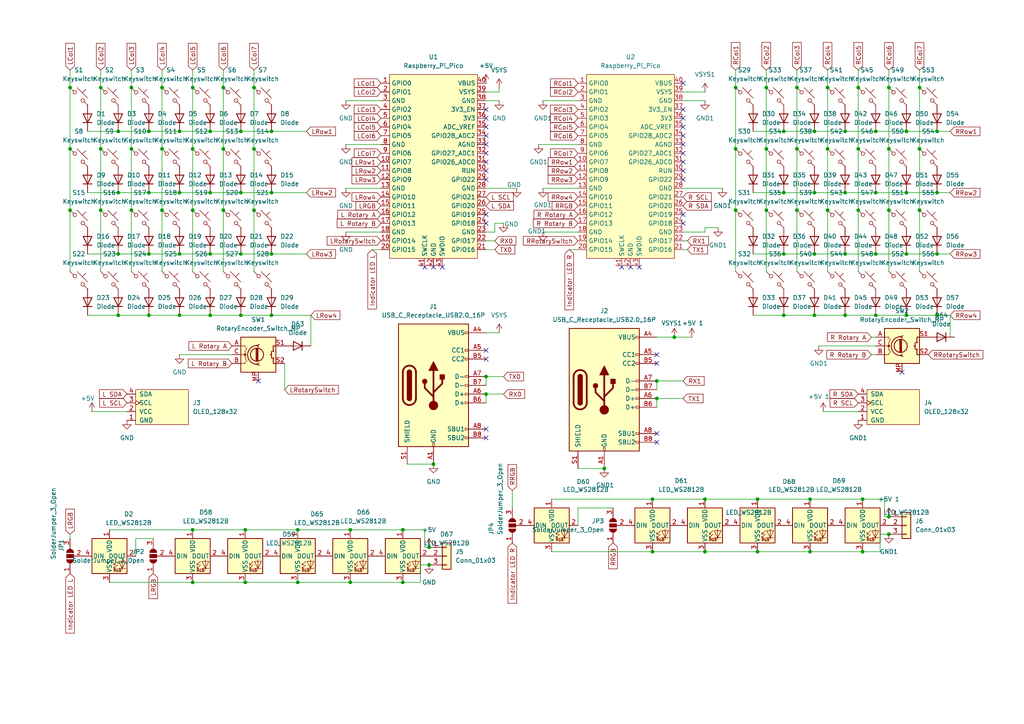
<source format=kicad_sch>
(kicad_sch (version 20231120) (generator "eeschema") (generator_version "8.0")
  (paper "A4")
  (lib_symbols
    (symbol "Connector:USB_C_Receptacle_USB2.0_16P" (pin_names (offset 1.016))
      (property "Reference" "J" (at 0 22.225 0))
      (property "Value" "USB_C_Receptacle_USB2.0_16P" (at 0 19.685 0))
      (symbol "USB_C_Receptacle_USB2.0_16P_1_1"
        (pin passive line (at 0 -22.86 90) (length 5.08) (name "GND") (number "A1"))
        (pin passive line (at 0 -22.86 90) (length 5.08) hide (name "GND") (number "A12"))
        (pin passive line (at 15.24 15.24 180) (length 5.08) (name "VBUS") (number "A4"))
        (pin bidirectional line (at 15.24 10.16 180) (length 5.08) (name "CC1") (number "A5"))
        (pin bidirectional line (at 15.24 -2.54 180) (length 5.08) (name "D+") (number "A6"))
        (pin bidirectional line (at 15.24 2.54 180) (length 5.08) (name "D-") (number "A7"))
        (pin bidirectional line (at 15.24 -12.7 180) (length 5.08) (name "SBU1") (number "A8"))
        (pin passive line (at 15.24 15.24 180) (length 5.08) hide (name "VBUS") (number "A9"))
        (pin passive line (at 0 -22.86 90) (length 5.08) hide (name "GND") (number "B1"))
        (pin passive line (at 0 -22.86 90) (length 5.08) hide (name "GND") (number "B12"))
        (pin passive line (at 15.24 15.24 180) (length 5.08) hide (name "VBUS") (number "B4"))
        (pin bidirectional line (at 15.24 7.62 180) (length 5.08) (name "CC2") (number "B5"))
        (pin bidirectional line (at 15.24 -5.08 180) (length 5.08) (name "D+") (number "B6"))
        (pin bidirectional line (at 15.24 0 180) (length 5.08) (name "D-") (number "B7"))
        (pin bidirectional line (at 15.24 -15.24 180) (length 5.08) (name "SBU2") (number "B8"))
        (pin passive line (at 15.24 15.24 180) (length 5.08) hide (name "VBUS") (number "B9"))
        (pin passive line (at -7.62 -22.86 90) (length 5.08) (name "SHIELD") (number "S1"))
      )
    )
    (symbol "Connector_Generic:Conn_01x03" (pin_names (offset 1.016) hide)
      (property "Reference" "J" (at 0 5.08 0))
      (property "Value" "Conn_01x03" (at 0 -5.08 0))
      (symbol "Conn_01x03_1_1"
        (pin passive line (at -5.08 2.54 0) (length 3.81) (name "Pin_1") (number "1"))
        (pin passive line (at -5.08 0 0) (length 3.81) (name "Pin_2") (number "2"))
        (pin passive line (at -5.08 -2.54 0) (length 3.81) (name "Pin_3") (number "3"))
      )
    )
    (symbol "Device:RotaryEncoder_Switch_MP" (pin_names (offset 0.254) hide)
      (property "Reference" "SW" (at 0 8.89 0))
      (property "Value" "RotaryEncoder_Switch_MP" (at 0 6.35 0))
      (symbol "RotaryEncoder_Switch_MP_1_1"
        (pin passive line (at -7.62 2.54 0) (length 2.54) (name "A") (number "A"))
        (pin passive line (at -7.62 -2.54 0) (length 2.54) (name "B") (number "B"))
        (pin passive line (at -7.62 0 0) (length 2.54) (name "C") (number "C"))
        (pin passive line (at 0 -7.62 90) (length 2.54) (name "MP") (number "MP"))
        (pin passive line (at 7.62 2.54 180) (length 2.54) (name "S1") (number "S1"))
        (pin passive line (at 7.62 -2.54 180) (length 2.54) (name "S2") (number "S2"))
      )
    )
    (symbol "Jumper:SolderJumper_3_Open" (pin_names (offset 0) hide) (exclude_from_sim yes) (in_bom no)
      (property "Reference" "JP" (at -2.54 -2.54 0))
      (property "Value" "SolderJumper_3_Open" (at 0 2.794 0))
      (symbol "SolderJumper_3_Open_1_1"
        (pin passive line (at -5.08 0 0) (length 2.54) (name "A") (number "1"))
        (pin passive line (at 0 -3.81 90) (length 2.54) (name "C") (number "2"))
        (pin passive line (at 5.08 0 180) (length 2.54) (name "B") (number "3"))
      )
    )
    (symbol "ScottoKeebs:LED_WS2812B" (pin_names (offset 0.254))
      (property "Reference" "D" (at 5.08 5.715 0))
      (property "Value" "LED_WS2812B" (at 1.27 -5.715 0))
      (symbol "LED_WS2812B_0_0"
        (text "RGB" (at 2.286 -4.191 0) (effects (font (size 0.762 0.762))))
      )
      (symbol "LED_WS2812B_1_1"
        (pin power_in line (at 0 7.62 270) (length 2.54) (name "VDD") (number "1"))
        (pin output line (at 7.62 0 180) (length 2.54) (name "DOUT") (number "2"))
        (pin power_in line (at 0 -7.62 90) (length 2.54) (name "VSS") (number "3"))
        (pin input line (at -7.62 0 0) (length 2.54) (name "DIN") (number "4"))
      )
    )
    (symbol "ScottoKeebs:MCU_Raspberry_Pi_Pico"
      (property "Reference" "U" (at 0 0 0))
      (property "Value" "Raspberry_Pi_Pico" (at 0 27.94 0))
      (symbol "MCU_Raspberry_Pi_Pico_1_1"
        (pin bidirectional line (at -15.24 24.13 0) (length 2.54) (name "GPIO0") (number "1"))
        (pin bidirectional line (at -15.24 1.27 0) (length 2.54) (name "GPIO7") (number "10"))
        (pin bidirectional line (at -15.24 -1.27 0) (length 2.54) (name "GPIO8") (number "11"))
        (pin bidirectional line (at -15.24 -3.81 0) (length 2.54) (name "GPIO9") (number "12"))
        (pin power_in line (at -15.24 -6.35 0) (length 2.54) (name "GND") (number "13"))
        (pin bidirectional line (at -15.24 -8.89 0) (length 2.54) (name "GPIO10") (number "14"))
        (pin bidirectional line (at -15.24 -11.43 0) (length 2.54) (name "GPIO11") (number "15"))
        (pin bidirectional line (at -15.24 -13.97 0) (length 2.54) (name "GPIO12") (number "16"))
        (pin bidirectional line (at -15.24 -16.51 0) (length 2.54) (name "GPIO13") (number "17"))
        (pin power_in line (at -15.24 -19.05 0) (length 2.54) (name "GND") (number "18"))
        (pin bidirectional line (at -15.24 -21.59 0) (length 2.54) (name "GPIO14") (number "19"))
        (pin bidirectional line (at -15.24 21.59 0) (length 2.54) (name "GPIO1") (number "2"))
        (pin bidirectional line (at -15.24 -24.13 0) (length 2.54) (name "GPIO15") (number "20"))
        (pin bidirectional line (at 15.24 -24.13 180) (length 2.54) (name "GPIO16") (number "21"))
        (pin bidirectional line (at 15.24 -21.59 180) (length 2.54) (name "GPIO17") (number "22"))
        (pin power_in line (at 15.24 -19.05 180) (length 2.54) (name "GND") (number "23"))
        (pin bidirectional line (at 15.24 -16.51 180) (length 2.54) (name "GPIO18") (number "24"))
        (pin bidirectional line (at 15.24 -13.97 180) (length 2.54) (name "GPIO19") (number "25"))
        (pin bidirectional line (at 15.24 -11.43 180) (length 2.54) (name "GPIO20") (number "26"))
        (pin bidirectional line (at 15.24 -8.89 180) (length 2.54) (name "GPIO21") (number "27"))
        (pin power_in line (at 15.24 -6.35 180) (length 2.54) (name "GND") (number "28"))
        (pin bidirectional line (at 15.24 -3.81 180) (length 2.54) (name "GPIO22") (number "29"))
        (pin power_in line (at -15.24 19.05 0) (length 2.54) (name "GND") (number "3"))
        (pin input line (at 15.24 -1.27 180) (length 2.54) (name "RUN") (number "30"))
        (pin bidirectional line (at 15.24 1.27 180) (length 2.54) (name "GPIO26_ADC0") (number "31"))
        (pin bidirectional line (at 15.24 3.81 180) (length 2.54) (name "GPIO27_ADC1") (number "32"))
        (pin power_in line (at 15.24 6.35 180) (length 2.54) (name "AGND") (number "33"))
        (pin bidirectional line (at 15.24 8.89 180) (length 2.54) (name "GPIO28_ADC2") (number "34"))
        (pin power_in line (at 15.24 11.43 180) (length 2.54) (name "ADC_VREF") (number "35"))
        (pin power_in line (at 15.24 13.97 180) (length 2.54) (name "3V3") (number "36"))
        (pin input line (at 15.24 16.51 180) (length 2.54) (name "3V3_EN") (number "37"))
        (pin bidirectional line (at 15.24 19.05 180) (length 2.54) (name "GND") (number "38"))
        (pin power_in line (at 15.24 21.59 180) (length 2.54) (name "VSYS") (number "39"))
        (pin bidirectional line (at -15.24 16.51 0) (length 2.54) (name "GPIO2") (number "4"))
        (pin power_in line (at 15.24 24.13 180) (length 2.54) (name "VBUS") (number "40"))
        (pin input line (at -2.54 -29.21 90) (length 2.54) (name "SWCLK") (number "41"))
        (pin power_in line (at 0 -29.21 90) (length 2.54) (name "GND") (number "42"))
        (pin bidirectional line (at 2.54 -29.21 90) (length 2.54) (name "SWDIO") (number "43"))
        (pin bidirectional line (at -15.24 13.97 0) (length 2.54) (name "GPIO3") (number "5"))
        (pin bidirectional line (at -15.24 11.43 0) (length 2.54) (name "GPIO4") (number "6"))
        (pin bidirectional line (at -15.24 8.89 0) (length 2.54) (name "GPIO5") (number "7"))
        (pin power_in line (at -15.24 6.35 0) (length 2.54) (name "GND") (number "8"))
        (pin bidirectional line (at -15.24 3.81 0) (length 2.54) (name "GPIO6") (number "9"))
      )
    )
    (symbol "ScottoKeebs:OLED_128x32" (pin_names (offset 1.016))
      (property "Reference" "J" (at 0 -6.35 0))
      (property "Value" "OLED_128x32" (at 0 6.35 0))
      (symbol "OLED_128x32_1_1"
        (pin power_in line (at -2.54 -3.81 0) (length 2.54) (name "GND") (number "1"))
        (pin power_in line (at -2.54 -1.27 0) (length 2.54) (name "VCC") (number "2"))
        (pin input clock (at -2.54 1.27 0) (length 2.54) (name "SCL") (number "3"))
        (pin bidirectional line (at -2.54 3.81 0) (length 2.54) (name "SDA") (number "4"))
      )
    )
    (symbol "ScottoKeebs:Placeholder_Diode" (pin_numbers hide) (pin_names hide)
      (property "Reference" "D" (at 0 2.54 0))
      (property "Value" "Diode" (at 0 -2.54 0))
      (symbol "Placeholder_Diode_1_1"
        (pin passive line (at -3.81 0 0) (length 2.54) (name "K") (number "1"))
        (pin passive line (at 3.81 0 180) (length 2.54) (name "A") (number "2"))
      )
    )
    (symbol "ScottoKeebs:Placeholder_Keyswitch" (pin_numbers hide) (pin_names (offset 1.016) hide)
      (property "Reference" "S" (at 3.048 1.016 0))
      (property "Value" "Keyswitch" (at 0 -3.81 0))
      (symbol "Placeholder_Keyswitch_0_1"
        (pin passive line (at -2.54 2.54 0) (length 0) (name "1") (number "1"))
        (pin passive line (at 2.54 -2.54 180) (length 0) (name "2") (number "2"))
      )
    )
    (symbol "power:+5V" (power) (pin_numbers hide) (pin_names (offset 0) hide)
      (property "Value" "+5V" (at 0 3.556 0))
      (symbol "+5V_1_1"
        (pin power_in line (at 0 0 90) (length 0) (name "~") (number "1"))
      )
    )
    (symbol "power:GND" (power) (pin_numbers hide) (pin_names (offset 0) hide)
      (property "Value" "GND" (at 0 -3.81 0))
      (symbol "GND_1_1"
        (pin power_in line (at 0 0 270) (length 0) (name "~") (number "1"))
      )
    )
    (symbol "power:GND1" (power) (pin_numbers hide) (pin_names (offset 0) hide)
      (property "Value" "GND1" (at 0 -3.81 0))
      (symbol "GND1_1_1"
        (pin power_in line (at 0 0 270) (length 0) (name "~") (number "1"))
      )
    )
  )
  (junction (at 271.78 55.88))
  (junction (at 236.22 91.44))
  (junction (at 38.1 43.18))
  (junction (at 20.32 25.4))
  (junction (at 245.11 55.88))
  (junction (at 250.19 144.78))
  (junction (at 29.21 60.96))
  (junction (at 78.74 55.88))
  (junction (at 78.74 38.1))
  (junction (at 227.33 91.44))
  (junction (at 116.84 168.91))
  (junction (at 227.33 73.66))
  (junction (at 257.81 149.86))
  (junction (at 78.74 73.66))
  (junction (at 46.99 60.96))
  (junction (at 55.88 60.96))
  (junction (at 64.77 43.18))
  (junction (at 52.07 73.66))
  (junction (at 219.71 160.02))
  (junction (at 189.23 160.02))
  (junction (at 20.32 43.18))
  (junction (at 248.92 25.4))
  (junction (at 254 91.44))
  (junction (at 236.22 73.66))
  (junction (at 266.7 43.18))
  (junction (at 219.71 144.78))
  (junction (at 116.84 153.67))
  (junction (at 86.36 168.91))
  (junction (at 213.36 25.4))
  (junction (at 266.7 60.96))
  (junction (at 250.19 160.02))
  (junction (at 257.81 60.96))
  (junction (at 34.29 73.66))
  (junction (at 254 38.1))
  (junction (at 71.12 168.91))
  (junction (at 271.78 91.44))
  (junction (at 262.89 38.1))
  (junction (at 52.07 55.88))
  (junction (at 55.88 153.67))
  (junction (at 34.29 55.88))
  (junction (at 213.36 43.18))
  (junction (at 257.81 25.4))
  (junction (at 73.66 60.96))
  (junction (at 248.92 43.18))
  (junction (at 257.81 154.94))
  (junction (at 69.85 73.66))
  (junction (at 190.5 115.57))
  (junction (at 124.46 158.75))
  (junction (at 140.97 109.22))
  (junction (at 262.89 73.66))
  (junction (at 240.03 43.18))
  (junction (at 204.47 144.78))
  (junction (at 245.11 91.44))
  (junction (at 64.77 60.96))
  (junction (at 64.77 25.4))
  (junction (at 52.07 38.1))
  (junction (at 245.11 73.66))
  (junction (at 236.22 38.1))
  (junction (at 254 55.88))
  (junction (at 262.89 91.44))
  (junction (at 55.88 168.91))
  (junction (at 271.78 38.1))
  (junction (at 222.25 43.18))
  (junction (at 231.14 60.96))
  (junction (at 213.36 60.96))
  (junction (at 231.14 25.4))
  (junction (at 60.96 73.66))
  (junction (at 271.78 73.66))
  (junction (at 240.03 60.96))
  (junction (at 227.33 55.88))
  (junction (at 222.25 25.4))
  (junction (at 125.73 134.62))
  (junction (at 38.1 25.4))
  (junction (at 222.25 60.96))
  (junction (at 266.7 25.4))
  (junction (at 46.99 43.18))
  (junction (at 60.96 55.88))
  (junction (at 43.18 73.66))
  (junction (at 227.33 38.1))
  (junction (at 124.46 163.83))
  (junction (at 55.88 43.18))
  (junction (at 34.29 38.1))
  (junction (at 86.36 153.67))
  (junction (at 248.92 60.96))
  (junction (at 60.96 38.1))
  (junction (at 69.85 55.88))
  (junction (at 43.18 91.44))
  (junction (at 20.32 60.96))
  (junction (at 29.21 25.4))
  (junction (at 60.96 91.44))
  (junction (at 52.07 91.44))
  (junction (at 73.66 25.4))
  (junction (at 231.14 43.18))
  (junction (at 245.11 38.1))
  (junction (at 257.81 43.18))
  (junction (at 101.6 168.91))
  (junction (at 234.95 160.02))
  (junction (at 46.99 25.4))
  (junction (at 69.85 91.44))
  (junction (at 234.95 144.78))
  (junction (at 140.97 114.3))
  (junction (at 236.22 55.88))
  (junction (at 262.89 55.88))
  (junction (at 254 73.66))
  (junction (at 43.18 38.1))
  (junction (at 204.47 160.02))
  (junction (at 189.23 144.78))
  (junction (at 78.74 91.44))
  (junction (at 34.29 91.44))
  (junction (at 190.5 110.49))
  (junction (at 55.88 25.4))
  (junction (at 175.26 135.89))
  (junction (at 101.6 153.67))
  (junction (at 195.58 97.79))
  (junction (at 73.66 43.18))
  (junction (at 29.21 43.18))
  (junction (at 43.18 55.88))
  (junction (at 38.1 60.96))
  (junction (at 71.12 153.67))
  (junction (at 240.03 25.4))
  (junction (at 69.85 38.1))
  (no_connect (at 190.5 102.87))
  (no_connect (at 125.73 77.47))
  (no_connect (at 198.12 36.83))
  (no_connect (at 190.5 125.73))
  (no_connect (at 140.97 34.29))
  (no_connect (at 140.97 127))
  (no_connect (at 140.97 64.77))
  (no_connect (at 182.88 77.47))
  (no_connect (at 128.27 77.47))
  (no_connect (at 198.12 62.23))
  (no_connect (at 140.97 104.14))
  (no_connect (at 140.97 52.07))
  (no_connect (at 140.97 62.23))
  (no_connect (at 185.42 77.47))
  (no_connect (at 190.5 105.41))
  (no_connect (at 180.34 77.47))
  (no_connect (at 140.97 124.46))
  (no_connect (at 190.5 128.27))
  (no_connect (at 140.97 39.37))
  (no_connect (at 198.12 24.13))
  (no_connect (at 198.12 46.99))
  (no_connect (at 261.62 107.95))
  (no_connect (at 198.12 39.37))
  (no_connect (at 140.97 46.99))
  (no_connect (at 198.12 52.07))
  (no_connect (at 198.12 34.29))
  (no_connect (at 198.12 64.77))
  (no_connect (at 198.12 31.75))
  (no_connect (at 140.97 49.53))
  (no_connect (at 74.93 110.49))
  (no_connect (at 123.19 77.47))
  (no_connect (at 140.97 31.75))
  (no_connect (at 140.97 44.45))
  (no_connect (at 140.97 41.91))
  (no_connect (at 140.97 101.6))
  (no_connect (at 140.97 36.83))
  (no_connect (at 198.12 41.91))
  (no_connect (at 198.12 44.45))
  (no_connect (at 198.12 49.53))
  (wire (pts (xy 198.12 54.61) (xy 209.55 54.61)))
  (wire (pts (xy 165.1 72.39) (xy 167.64 72.39)))
  (wire (pts (xy 143.51 72.39) (xy 140.97 72.39)))
  (wire (pts (xy 25.4 38.1) (xy 34.29 38.1)))
  (wire (pts (xy 100.33 67.31) (xy 110.49 67.31)))
  (wire (pts (xy 254 38.1) (xy 262.89 38.1)))
  (wire (pts (xy 149.86 54.61) (xy 140.97 54.61)))
  (wire (pts (xy 236.22 55.88) (xy 245.11 55.88)))
  (wire (pts (xy 52.07 73.66) (xy 60.96 73.66)))
  (wire (pts (xy 69.85 38.1) (xy 78.74 38.1)))
  (wire (pts (xy 144.78 29.21) (xy 140.97 29.21)))
  (wire (pts (xy 157.48 67.31) (xy 167.64 67.31)))
  (wire (pts (xy 20.32 43.18) (xy 20.32 60.96)))
  (wire (pts (xy 46.99 25.4) (xy 46.99 43.18)))
  (wire (pts (xy 204.47 66.04) (xy 208.28 66.04)))
  (wire (pts (xy 143.51 67.31) (xy 140.97 67.31)))
  (wire (pts (xy 275.59 38.1) (xy 271.78 38.1)))
  (wire (pts (xy 248.92 43.18) (xy 248.92 60.96)))
  (wire (pts (xy 73.66 60.96) (xy 73.66 78.74)))
  (wire (pts (xy 227.33 73.66) (xy 236.22 73.66)))
  (wire (pts (xy 73.66 43.18) (xy 73.66 60.96)))
  (wire (pts (xy 213.36 25.4) (xy 213.36 43.18)))
  (wire (pts (xy 275.59 97.79) (xy 276.86 97.79)))
  (wire (pts (xy 78.74 55.88) (xy 88.9 55.88)))
  (wire (pts (xy 26.67 119.38) (xy 36.83 119.38)))
  (wire (pts (xy 39.37 161.29) (xy 39.37 156.21)))
  (wire (pts (xy 140.97 26.67) (xy 144.78 26.67)))
  (wire (pts (xy 160.02 160.02) (xy 189.23 160.02)))
  (wire (pts (xy 64.77 60.96) (xy 64.77 78.74)))
  (wire (pts (xy 227.33 38.1) (xy 236.22 38.1)))
  (wire (pts (xy 29.21 43.18) (xy 29.21 60.96)))
  (wire (pts (xy 34.29 38.1) (xy 43.18 38.1)))
  (wire (pts (xy 52.07 102.87) (xy 67.31 102.87)))
  (wire (pts (xy 234.95 160.02) (xy 250.19 160.02)))
  (wire (pts (xy 20.32 60.96) (xy 20.32 78.74)))
  (wire (pts (xy 88.9 38.1) (xy 78.74 38.1)))
  (wire (pts (xy 213.36 43.18) (xy 213.36 60.96)))
  (wire (pts (xy 90.17 100.33) (xy 90.17 91.44)))
  (wire (pts (xy 38.1 43.18) (xy 38.1 60.96)))
  (wire (pts (xy 219.71 144.78) (xy 234.95 144.78)))
  (wire (pts (xy 190.5 115.57) (xy 190.5 118.11)))
  (wire (pts (xy 140.97 109.22) (xy 140.97 111.76)))
  (wire (pts (xy 262.89 91.44) (xy 271.78 91.44)))
  (wire (pts (xy 255.27 154.94) (xy 257.81 154.94)))
  (wire (pts (xy 124.46 163.83) (xy 121.92 163.83)))
  (wire (pts (xy 213.36 20.32) (xy 213.36 25.4)))
  (wire (pts (xy 248.92 25.4) (xy 248.92 43.18)))
  (wire (pts (xy 55.88 60.96) (xy 55.88 78.74)))
  (wire (pts (xy 123.19 153.67) (xy 123.19 158.75)))
  (wire (pts (xy 262.89 38.1) (xy 271.78 38.1)))
  (wire (pts (xy 38.1 60.96) (xy 38.1 78.74)))
  (wire (pts (xy 160.02 144.78) (xy 189.23 144.78)))
  (wire (pts (xy 204.47 66.04) (xy 204.47 67.31)))
  (wire (pts (xy 231.14 25.4) (xy 231.14 43.18)))
  (wire (pts (xy 236.22 38.1) (xy 245.11 38.1)))
  (wire (pts (xy 227.33 55.88) (xy 236.22 55.88)))
  (wire (pts (xy 107.95 72.39) (xy 110.49 72.39)))
  (wire (pts (xy 266.7 20.32) (xy 266.7 25.4)))
  (wire (pts (xy 55.88 153.67) (xy 71.12 153.67)))
  (wire (pts (xy 275.59 55.88) (xy 271.78 55.88)))
  (wire (pts (xy 55.88 43.18) (xy 55.88 60.96)))
  (wire (pts (xy 140.97 114.3) (xy 146.05 114.3)))
  (wire (pts (xy 60.96 73.66) (xy 69.85 73.66)))
  (wire (pts (xy 240.03 20.32) (xy 240.03 25.4)))
  (wire (pts (xy 256.54 144.78) (xy 250.19 144.78)))
  (wire (pts (xy 231.14 43.18) (xy 231.14 60.96)))
  (wire (pts (xy 82.55 105.41) (xy 82.55 113.03)))
  (wire (pts (xy 257.81 60.96) (xy 257.81 78.74)))
  (wire (pts (xy 222.25 25.4) (xy 222.25 43.18)))
  (wire (pts (xy 29.21 20.32) (xy 29.21 25.4)))
  (wire (pts (xy 245.11 91.44) (xy 254 91.44)))
  (wire (pts (xy 204.47 26.67) (xy 198.12 26.67)))
  (wire (pts (xy 190.5 115.57) (xy 198.12 115.57)))
  (wire (pts (xy 222.25 60.96) (xy 222.25 78.74)))
  (wire (pts (xy 275.59 91.44) (xy 275.59 97.79)))
  (wire (pts (xy 73.66 25.4) (xy 73.66 43.18)))
  (wire (pts (xy 156.21 41.91) (xy 167.64 41.91)))
  (wire (pts (xy 190.5 110.49) (xy 190.5 113.03)))
  (wire (pts (xy 262.89 73.66) (xy 271.78 73.66)))
  (wire (pts (xy 38.1 20.32) (xy 38.1 25.4)))
  (wire (pts (xy 250.19 160.02) (xy 255.27 160.02)))
  (wire (pts (xy 140.97 114.3) (xy 140.97 116.84)))
  (wire (pts (xy 43.18 55.88) (xy 52.07 55.88)))
  (wire (pts (xy 64.77 25.4) (xy 64.77 43.18)))
  (wire (pts (xy 254 91.44) (xy 262.89 91.44)))
  (wire (pts (xy 234.95 144.78) (xy 250.19 144.78)))
  (wire (pts (xy 29.21 25.4) (xy 29.21 43.18)))
  (wire (pts (xy 167.64 147.32) (xy 177.8 147.32)))
  (wire (pts (xy 189.23 160.02) (xy 204.47 160.02)))
  (wire (pts (xy 34.29 91.44) (xy 43.18 91.44)))
  (wire (pts (xy 262.89 55.88) (xy 271.78 55.88)))
  (wire (pts (xy 121.92 168.91) (xy 116.84 168.91)))
  (wire (pts (xy 236.22 91.44) (xy 245.11 91.44)))
  (wire (pts (xy 25.4 91.44) (xy 34.29 91.44)))
  (wire (pts (xy 218.44 55.88) (xy 227.33 55.88)))
  (wire (pts (xy 52.07 38.1) (xy 60.96 38.1)))
  (wire (pts (xy 100.33 54.61) (xy 110.49 54.61)))
  (wire (pts (xy 256.54 149.86) (xy 256.54 144.78)))
  (wire (pts (xy 257.81 149.86) (xy 256.54 149.86)))
  (wire (pts (xy 38.1 25.4) (xy 38.1 43.18)))
  (wire (pts (xy 237.49 100.33) (xy 254 100.33)))
  (wire (pts (xy 60.96 38.1) (xy 69.85 38.1)))
  (wire (pts (xy 240.03 60.96) (xy 240.03 78.74)))
  (wire (pts (xy 78.74 91.44) (xy 90.17 91.44)))
  (wire (pts (xy 25.4 55.88) (xy 34.29 55.88)))
  (wire (pts (xy 257.81 25.4) (xy 257.81 43.18)))
  (wire (pts (xy 167.64 135.89) (xy 175.26 135.89)))
  (wire (pts (xy 266.7 25.4) (xy 266.7 43.18)))
  (wire (pts (xy 100.33 29.21) (xy 110.49 29.21)))
  (wire (pts (xy 101.6 153.67) (xy 116.84 153.67)))
  (wire (pts (xy 266.7 43.18) (xy 266.7 60.96)))
  (wire (pts (xy 71.12 153.67) (xy 86.36 153.67)))
  (wire (pts (xy 227.33 91.44) (xy 236.22 91.44)))
  (wire (pts (xy 39.37 156.21) (xy 44.45 156.21)))
  (wire (pts (xy 20.32 154.94) (xy 20.32 156.21)))
  (wire (pts (xy 254 97.79) (xy 252.73 97.79)))
  (wire (pts (xy 69.85 91.44) (xy 78.74 91.44)))
  (wire (pts (xy 144.78 26.67) (xy 144.78 25.4)))
  (wire (pts (xy 236.22 73.66) (xy 245.11 73.66)))
  (wire (pts (xy 64.77 43.18) (xy 64.77 60.96)))
  (wire (pts (xy 204.47 67.31) (xy 198.12 67.31)))
  (wire (pts (xy 148.59 142.24) (xy 148.59 147.32)))
  (wire (pts (xy 55.88 25.4) (xy 55.88 43.18)))
  (wire (pts (xy 121.92 163.83) (xy 121.92 168.91)))
  (wire (pts (xy 60.96 91.44) (xy 69.85 91.44)))
  (wire (pts (xy 71.12 168.91) (xy 86.36 168.91)))
  (wire (pts (xy 140.97 109.22) (xy 146.05 109.22)))
  (wire (pts (xy 116.84 153.67) (xy 123.19 153.67)))
  (wire (pts (xy 222.25 20.32) (xy 222.25 25.4)))
  (wire (pts (xy 46.99 43.18) (xy 46.99 60.96)))
  (wire (pts (xy 255.27 160.02) (xy 255.27 154.94)))
  (wire (pts (xy 20.32 25.4) (xy 20.32 43.18)))
  (wire (pts (xy 254 73.66) (xy 262.89 73.66)))
  (wire (pts (xy 204.47 144.78) (xy 219.71 144.78)))
  (wire (pts (xy 73.66 20.32) (xy 73.66 25.4)))
  (wire (pts (xy 257.81 20.32) (xy 257.81 25.4)))
  (wire (pts (xy 157.48 29.21) (xy 167.64 29.21)))
  (wire (pts (xy 52.07 91.44) (xy 60.96 91.44)))
  (wire (pts (xy 100.33 41.91) (xy 110.49 41.91)))
  (wire (pts (xy 218.44 73.66) (xy 227.33 73.66)))
  (wire (pts (xy 43.18 91.44) (xy 52.07 91.44)))
  (wire (pts (xy 240.03 43.18) (xy 240.03 60.96)))
  (wire (pts (xy 266.7 60.96) (xy 266.7 78.74)))
  (wire (pts (xy 55.88 168.91) (xy 71.12 168.91)))
  (wire (pts (xy 123.19 158.75) (xy 124.46 158.75)))
  (wire (pts (xy 64.77 20.32) (xy 64.77 25.4)))
  (wire (pts (xy 143.51 64.77) (xy 143.51 67.31)))
  (wire (pts (xy 189.23 144.78) (xy 204.47 144.78)))
  (wire (pts (xy 245.11 73.66) (xy 254 73.66)))
  (wire (pts (xy 20.32 20.32) (xy 20.32 25.4)))
  (wire (pts (xy 69.85 73.66) (xy 78.74 73.66)))
  (wire (pts (xy 245.11 38.1) (xy 254 38.1)))
  (wire (pts (xy 34.29 55.88) (xy 43.18 55.88)))
  (wire (pts (xy 140.97 96.52) (xy 144.78 96.52)))
  (wire (pts (xy 204.47 160.02) (xy 219.71 160.02)))
  (wire (pts (xy 218.44 91.44) (xy 227.33 91.44)))
  (wire (pts (xy 34.29 73.66) (xy 43.18 73.66)))
  (wire (pts (xy 25.4 73.66) (xy 34.29 73.66)))
  (wire (pts (xy 52.07 55.88) (xy 60.96 55.88)))
  (wire (pts (xy 157.48 54.61) (xy 167.64 54.61)))
  (wire (pts (xy 198.12 29.21) (xy 204.47 29.21)))
  (wire (pts (xy 31.75 153.67) (xy 55.88 153.67)))
  (wire (pts (xy 222.25 43.18) (xy 222.25 60.96)))
  (wire (pts (xy 69.85 55.88) (xy 78.74 55.88)))
  (wire (pts (xy 143.51 69.85) (xy 140.97 69.85)))
  (wire (pts (xy 254 102.87) (xy 252.73 102.87)))
  (wire (pts (xy 254 55.88) (xy 262.89 55.88)))
  (wire (pts (xy 195.58 97.79) (xy 200.66 97.79)))
  (wire (pts (xy 199.39 69.85) (xy 198.12 69.85)))
  (wire (pts (xy 238.76 119.38) (xy 248.92 119.38)))
  (wire (pts (xy 199.39 72.39) (xy 198.12 72.39)))
  (wire (pts (xy 86.36 168.91) (xy 101.6 168.91)))
  (wire (pts (xy 248.92 20.32) (xy 248.92 25.4)))
  (wire (pts (xy 231.14 20.32) (xy 231.14 25.4)))
  (wire (pts (xy 78.74 73.66) (xy 88.9 73.66)))
  (wire (pts (xy 46.99 20.32) (xy 46.99 25.4)))
  (wire (pts (xy 195.58 97.79) (xy 190.5 97.79)))
  (wire (pts (xy 46.99 60.96) (xy 46.99 78.74)))
  (wire (pts (xy 257.81 43.18) (xy 257.81 60.96)))
  (wire (pts (xy 43.18 73.66) (xy 52.07 73.66)))
  (wire (pts (xy 213.36 60.96) (xy 213.36 78.74)))
  (wire (pts (xy 55.88 20.32) (xy 55.88 25.4)))
  (wire (pts (xy 60.96 55.88) (xy 69.85 55.88)))
  (wire (pts (xy 190.5 110.49) (xy 198.12 110.49)))
  (wire (pts (xy 218.44 38.1) (xy 227.33 38.1)))
  (wire (pts (xy 29.21 60.96) (xy 29.21 78.74)))
  (wire (pts (xy 219.71 160.02) (xy 234.95 160.02)))
  (wire (pts (xy 43.18 38.1) (xy 52.07 38.1)))
  (wire (pts (xy 86.36 153.67) (xy 101.6 153.67)))
  (wire (pts (xy 240.03 25.4) (xy 240.03 43.18)))
  (wire (pts (xy 118.11 134.62) (xy 125.73 134.62)))
  (wire (pts (xy 275.59 73.66) (xy 271.78 73.66)))
  (wire (pts (xy 146.05 64.77) (xy 143.51 64.77)))
  (wire (pts (xy 31.75 168.91) (xy 55.88 168.91)))
  (wire (pts (xy 101.6 168.91) (xy 116.84 168.91)))
  (wire (pts (xy 167.64 152.4) (xy 167.64 147.32)))
  (wire (pts (xy 248.92 60.96) (xy 248.92 78.74)))
  (wire (pts (xy 245.11 55.88) (xy 254 55.88)))
  (wire (pts (xy 271.78 91.44) (xy 275.59 91.44)))
  (wire (pts (xy 231.14 60.96) (xy 231.14 78.74)))
  (global_label "LCol4" (shape input) (at 110.49 34.29 180) (property "Intersheetrefs" "${INTERSHEET_REFS}" (effects (hide yes))))
  (global_label "L SCL" (shape input) (at 140.97 57.15 0) (property "Intersheetrefs" "${INTERSHEET_REFS}" (effects (hide yes))))
  (global_label "RCol1" (shape input) (at 213.36 20.32 90) (property "Intersheetrefs" "${INTERSHEET_REFS}" (effects (hide yes))))
  (global_label "RCol2" (shape input) (at 167.64 26.67 180) (property "Intersheetrefs" "${INTERSHEET_REFS}" (effects (hide yes))))
  (global_label "R Rotary B" (shape input) (at 167.64 64.77 180) (property "Intersheetrefs" "${INTERSHEET_REFS}" (effects (hide yes))))
  (global_label "LCol2" (shape input) (at 110.49 26.67 180) (property "Intersheetrefs" "${INTERSHEET_REFS}" (effects (hide yes))))
  (global_label "RRow1" (shape input) (at 275.59 38.1 0) (property "Intersheetrefs" "${INTERSHEET_REFS}" (effects (hide yes))))
  (global_label "RX1" (shape input) (at 198.12 110.49 0) (property "Intersheetrefs" "${INTERSHEET_REFS}" (effects (hide yes))))
  (global_label "RCol3" (shape input) (at 167.64 31.75 180) (property "Intersheetrefs" "${INTERSHEET_REFS}" (effects (hide yes))))
  (global_label "LCol3" (shape input) (at 38.1 20.32 90) (property "Intersheetrefs" "${INTERSHEET_REFS}" (effects (hide yes))))
  (global_label "RCol6" (shape input) (at 257.81 20.32 90) (property "Intersheetrefs" "${INTERSHEET_REFS}" (effects (hide yes))))
  (global_label "RRGB" (shape input) (at 167.64 59.69 180) (property "Intersheetrefs" "${INTERSHEET_REFS}" (effects (hide yes))))
  (global_label "Indicator LED R" (shape input) (at 165.1 72.39 270) (property "Intersheetrefs" "${INTERSHEET_REFS}" (effects (hide yes))))
  (global_label "RRGB" (shape input) (at 177.8 157.48 270) (property "Intersheetrefs" "${INTERSHEET_REFS}" (effects (hide yes))))
  (global_label "RRow3" (shape input) (at 275.59 73.66 0) (property "Intersheetrefs" "${INTERSHEET_REFS}" (effects (hide yes))))
  (global_label "Indicator LED R" (shape input) (at 148.59 157.48 270) (property "Intersheetrefs" "${INTERSHEET_REFS}" (effects (hide yes))))
  (global_label "RCol6" (shape input) (at 167.64 39.37 180) (property "Intersheetrefs" "${INTERSHEET_REFS}" (effects (hide yes))))
  (global_label "RRow2" (shape input) (at 167.64 49.53 180) (property "Intersheetrefs" "${INTERSHEET_REFS}" (effects (hide yes))))
  (global_label "LRow2" (shape input) (at 88.9 55.88 0) (property "Intersheetrefs" "${INTERSHEET_REFS}" (effects (hide yes))))
  (global_label "RCol5" (shape input) (at 167.64 36.83 180) (property "Intersheetrefs" "${INTERSHEET_REFS}" (effects (hide yes))))
  (global_label "R SDA" (shape input) (at 248.92 114.3 180) (property "Intersheetrefs" "${INTERSHEET_REFS}" (effects (hide yes))))
  (global_label "LRotarySwitch" (shape input) (at 110.49 69.85 180) (property "Intersheetrefs" "${INTERSHEET_REFS}" (effects (hide yes))))
  (global_label "RCol4" (shape input) (at 240.03 20.32 90) (property "Intersheetrefs" "${INTERSHEET_REFS}" (effects (hide yes))))
  (global_label "LCol3" (shape input) (at 110.49 31.75 180) (property "Intersheetrefs" "${INTERSHEET_REFS}" (effects (hide yes))))
  (global_label "LCol2" (shape input) (at 29.21 20.32 90) (property "Intersheetrefs" "${INTERSHEET_REFS}" (effects (hide yes))))
  (global_label "LRow1" (shape input) (at 88.9 38.1 0) (property "Intersheetrefs" "${INTERSHEET_REFS}" (effects (hide yes))))
  (global_label "LRow4" (shape input) (at 90.17 91.44 0) (property "Intersheetrefs" "${INTERSHEET_REFS}" (effects (hide yes))))
  (global_label "TX1" (shape input) (at 198.12 115.57 0) (property "Intersheetrefs" "${INTERSHEET_REFS}" (effects (hide yes))))
  (global_label "RRotarySwitch" (shape input) (at 269.24 102.87 0) (property "Intersheetrefs" "${INTERSHEET_REFS}" (effects (hide yes))))
  (global_label "RRow1" (shape input) (at 167.64 46.99 180) (property "Intersheetrefs" "${INTERSHEET_REFS}" (effects (hide yes))))
  (global_label "R Rotary A" (shape input) (at 167.64 62.23 180) (property "Intersheetrefs" "${INTERSHEET_REFS}" (effects (hide yes))))
  (global_label "LCol6" (shape input) (at 110.49 39.37 180) (property "Intersheetrefs" "${INTERSHEET_REFS}" (effects (hide yes))))
  (global_label "RCol7" (shape input) (at 266.7 20.32 90) (property "Intersheetrefs" "${INTERSHEET_REFS}" (effects (hide yes))))
  (global_label "TX0" (shape input) (at 143.51 72.39 0) (property "Intersheetrefs" "${INTERSHEET_REFS}" (effects (hide yes))))
  (global_label "LRow3" (shape input) (at 88.9 73.66 0) (property "Intersheetrefs" "${INTERSHEET_REFS}" (effects (hide yes))))
  (global_label "R SDA" (shape input) (at 198.12 59.69 0) (property "Intersheetrefs" "${INTERSHEET_REFS}" (effects (hide yes))))
  (global_label "LRow1" (shape input) (at 110.49 46.99 180) (property "Intersheetrefs" "${INTERSHEET_REFS}" (effects (hide yes))))
  (global_label "L SCL" (shape input) (at 36.83 116.84 180) (property "Intersheetrefs" "${INTERSHEET_REFS}" (effects (hide yes))))
  (global_label "RX1" (shape input) (at 199.39 69.85 0) (property "Intersheetrefs" "${INTERSHEET_REFS}" (effects (hide yes))))
  (global_label "RCol1" (shape input) (at 167.64 24.13 180) (property "Intersheetrefs" "${INTERSHEET_REFS}" (effects (hide yes))))
  (global_label "R Rotary B" (shape input) (at 252.73 102.87 180) (property "Intersheetrefs" "${INTERSHEET_REFS}" (effects (hide yes))))
  (global_label "RCol7" (shape input) (at 167.64 44.45 180) (property "Intersheetrefs" "${INTERSHEET_REFS}" (effects (hide yes))))
  (global_label "RCol2" (shape input) (at 222.25 20.32 90) (property "Intersheetrefs" "${INTERSHEET_REFS}" (effects (hide yes))))
  (global_label "RRow4" (shape input) (at 167.64 57.15 180) (property "Intersheetrefs" "${INTERSHEET_REFS}" (effects (hide yes))))
  (global_label "Indicator LED L" (shape input) (at 20.32 166.37 270) (property "Intersheetrefs" "${INTERSHEET_REFS}" (effects (hide yes))))
  (global_label "LRow4" (shape input) (at 110.49 57.15 180) (property "Intersheetrefs" "${INTERSHEET_REFS}" (effects (hide yes))))
  (global_label "RCol4" (shape input) (at 167.64 34.29 180) (property "Intersheetrefs" "${INTERSHEET_REFS}" (effects (hide yes))))
  (global_label "RX0" (shape input) (at 146.05 114.3 0) (property "Intersheetrefs" "${INTERSHEET_REFS}" (effects (hide yes))))
  (global_label "LCol7" (shape input) (at 110.49 44.45 180) (property "Intersheetrefs" "${INTERSHEET_REFS}" (effects (hide yes))))
  (global_label "RRow3" (shape input) (at 167.64 52.07 180) (property "Intersheetrefs" "${INTERSHEET_REFS}" (effects (hide yes))))
  (global_label "RCol3" (shape input) (at 231.14 20.32 90) (property "Intersheetrefs" "${INTERSHEET_REFS}" (effects (hide yes))))
  (global_label "LCol4" (shape input) (at 46.99 20.32 90) (property "Intersheetrefs" "${INTERSHEET_REFS}" (effects (hide yes))))
  (global_label "RRotarySwitch" (shape input) (at 167.64 69.85 180) (property "Intersheetrefs" "${INTERSHEET_REFS}" (effects (hide yes))))
  (global_label "LRow2" (shape input) (at 110.49 49.53 180) (property "Intersheetrefs" "${INTERSHEET_REFS}" (effects (hide yes))))
  (global_label "RRGB" (shape input) (at 148.59 142.24 90) (property "Intersheetrefs" "${INTERSHEET_REFS}" (effects (hide yes))))
  (global_label "LRow3" (shape input) (at 110.49 52.07 180) (property "Intersheetrefs" "${INTERSHEET_REFS}" (effects (hide yes))))
  (global_label "L Rotary B" (shape input) (at 110.49 64.77 180) (property "Intersheetrefs" "${INTERSHEET_REFS}" (effects (hide yes))))
  (global_label "L Rotary B" (shape input) (at 67.31 105.41 180) (property "Intersheetrefs" "${INTERSHEET_REFS}" (effects (hide yes))))
  (global_label "LRGB" (shape input) (at 44.45 166.37 270) (property "Intersheetrefs" "${INTERSHEET_REFS}" (effects (hide yes))))
  (global_label "RCol5" (shape input) (at 248.92 20.32 90) (property "Intersheetrefs" "${INTERSHEET_REFS}" (effects (hide yes))))
  (global_label "LCol1" (shape input) (at 20.32 20.32 90) (property "Intersheetrefs" "${INTERSHEET_REFS}" (effects (hide yes))))
  (global_label "L SDA" (shape input) (at 140.97 59.69 0) (property "Intersheetrefs" "${INTERSHEET_REFS}" (effects (hide yes))))
  (global_label "LRotarySwitch" (shape input) (at 82.55 113.03 0) (property "Intersheetrefs" "${INTERSHEET_REFS}" (effects (hide yes))))
  (global_label "Indicator LED L" (shape input) (at 107.95 72.39 270) (property "Intersheetrefs" "${INTERSHEET_REFS}" (effects (hide yes))))
  (global_label "RRow4" (shape input) (at 275.59 91.44 0) (property "Intersheetrefs" "${INTERSHEET_REFS}" (effects (hide yes))))
  (global_label "LCol5" (shape input) (at 110.49 36.83 180) (property "Intersheetrefs" "${INTERSHEET_REFS}" (effects (hide yes))))
  (global_label "L SDA" (shape input) (at 36.83 114.3 180) (property "Intersheetrefs" "${INTERSHEET_REFS}" (effects (hide yes))))
  (global_label "L Rotary A" (shape input) (at 67.31 100.33 180) (property "Intersheetrefs" "${INTERSHEET_REFS}" (effects (hide yes))))
  (global_label "LCol5" (shape input) (at 55.88 20.32 90) (property "Intersheetrefs" "${INTERSHEET_REFS}" (effects (hide yes))))
  (global_label "TX1" (shape input) (at 199.39 72.39 0) (property "Intersheetrefs" "${INTERSHEET_REFS}" (effects (hide yes))))
  (global_label "RX0" (shape input) (at 143.51 69.85 0) (property "Intersheetrefs" "${INTERSHEET_REFS}" (effects (hide yes))))
  (global_label "LCol7" (shape input) (at 73.66 20.32 90) (property "Intersheetrefs" "${INTERSHEET_REFS}" (effects (hide yes))))
  (global_label "LRGB" (shape input) (at 110.49 59.69 180) (property "Intersheetrefs" "${INTERSHEET_REFS}" (effects (hide yes))))
  (global_label "TX0" (shape input) (at 146.05 109.22 0) (property "Intersheetrefs" "${INTERSHEET_REFS}" (effects (hide yes))))
  (global_label "LCol1" (shape input) (at 110.49 24.13 180) (property "Intersheetrefs" "${INTERSHEET_REFS}" (effects (hide yes))))
  (global_label "R Rotary A" (shape input) (at 252.73 97.79 180) (property "Intersheetrefs" "${INTERSHEET_REFS}" (effects (hide yes))))
  (global_label "L Rotary A" (shape input) (at 110.49 62.23 180) (property "Intersheetrefs" "${INTERSHEET_REFS}" (effects (hide yes))))
  (global_label "LRGB" (shape input) (at 20.32 154.94 90) (property "Intersheetrefs" "${INTERSHEET_REFS}" (effects (hide yes))))
  (global_label "RRow2" (shape input) (at 275.59 55.88 0) (property "Intersheetrefs" "${INTERSHEET_REFS}" (effects (hide yes))))
  (global_label "LCol6" (shape input) (at 64.77 20.32 90) (property "Intersheetrefs" "${INTERSHEET_REFS}" (effects (hide yes))))
  (global_label "R SCL" (shape input) (at 198.12 57.15 0) (property "Intersheetrefs" "${INTERSHEET_REFS}" (effects (hide yes))))
  (global_label "R SCL" (shape input) (at 248.92 116.84 180) (property "Intersheetrefs" "${INTERSHEET_REFS}" (effects (hide yes))))
  (symbol (lib_id "power:GND1") (at 204.47 29.21 0) (unit 1)
    (property "Reference" "#PWR016" (effects (hide yes)))
    (property "Value" "GND1" (at 204.47 34.29 0))
    (property "Description" "Power symbol creates a global label with name \"GND1\" , ground" (effects (hide yes)))
  )
  (symbol (lib_id "ScottoKeebs:Placeholder_Keyswitch") (at 233.68 63.5 0) (unit 1)
    (property "Reference" "S39" (at 233.68 55.88 0))
    (property "Value" "Keyswitch" (at 233.68 58.42 0))
    (property "Footprint" "ScottoKeebs_MX:MX_PCB_1.00u" (effects (hide yes)))
    (property "Description" "Push button switch, normally open, two pins, 45° tilted" (effects (hide yes)))
  )
  (symbol (lib_id "ScottoKeebs:MCU_Raspberry_Pi_Pico") (at 125.73 48.26 0) (unit 1)
    (property "Reference" "U1" (at 125.73 16.51 0))
    (property "Value" "Raspberry_Pi_Pico" (at 125.73 19.05 0))
    (property "Footprint" "ScottoKeebs_MCU:Raspberry_Pi_Pico" (effects (hide yes)))
  )
  (symbol (lib_id "power:GND1") (at 157.48 67.31 0) (unit 1)
    (property "Reference" "#PWR013" (effects (hide yes)))
    (property "Value" "GND1" (at 155.702 67.056 0))
    (property "Description" "Power symbol creates a global label with name \"GND1\" , ground" (effects (hide yes)))
  )
  (symbol (lib_id "ScottoKeebs:Placeholder_Keyswitch") (at 67.31 45.72 0) (unit 1)
    (property "Reference" "S13" (at 67.31 38.1 0))
    (property "Value" "Keyswitch" (at 67.31 40.64 0))
    (property "Footprint" "ScottoKeebs_MX:MX_PCB_1.00u" (effects (hide yes)))
    (property "Description" "Push button switch, normally open, two pins, 45° tilted" (effects (hide yes)))
  )
  (symbol (lib_id "ScottoKeebs:OLED_128x32") (at 251.46 118.11 0) (unit 1)
    (property "Reference" "J4" (at 267.97 116.8399 0) (effects (justify left)))
    (property "Value" "OLED_128x32" (at 267.97 119.3799 0) (effects (justify left)))
    (property "Footprint" "ScottoKeebs_Components:OLED_128x32" (effects (hide yes)))
  )
  (symbol (lib_id "power:GND") (at 149.86 54.61 0) (unit 1)
    (property "Reference" "#PWR04" (effects (hide yes)))
    (property "Value" "GND" (at 149.098 53.594 0))
    (property "Description" "Power symbol creates a global label with name \"GND\" , ground" (effects (hide yes)))
  )
  (symbol (lib_id "ScottoKeebs:Placeholder_Diode") (at 218.44 52.07 90) (unit 1)
    (property "Reference" "D31" (at 220.98 50.7999 90) (effects (justify right)))
    (property "Value" "Diode" (at 220.98 53.3399 90) (effects (justify right)))
    (property "Footprint" "ScottoKeebs_Components:Diode_DO-35" (effects (hide yes)))
    (property "Description" "1N4148 (DO-35) or 1N4148W (SOD-123)" (effects (hide yes)))
    (property "Sim.Device" "D" (effects (hide yes)))
    (property "Sim.Pins" "1=K 2=A" (effects (hide yes)))
  )
  (symbol (lib_id "ScottoKeebs:Placeholder_Keyswitch") (at 49.53 45.72 0) (unit 1)
    (property "Reference" "S11" (at 49.53 38.1 0))
    (property "Value" "Keyswitch" (at 49.53 40.64 0))
    (property "Footprint" "ScottoKeebs_MX:MX_PCB_1.00u" (effects (hide yes)))
    (property "Description" "Push button switch, normally open, two pins, 45° tilted" (effects (hide yes)))
  )
  (symbol (lib_id "Jumper:SolderJumper_3_Open") (at 177.8 152.4 90) (unit 1) (exclude_from_sim yes) (in_bom no)
    (property "Reference" "JP3" (at 175.26 151.1299 90) (effects (justify left)))
    (property "Value" "SolderJumper_3_Open" (at 175.26 153.6699 90) (effects (justify left)))
    (property "Footprint" "Jumper:SolderJumper-3_P1.3mm_Open_RoundedPad1.0x1.5mm" (effects (hide yes)))
    (property "Description" "Solder Jumper, 3-pole, open" (effects (hide yes)))
  )
  (symbol (lib_id "ScottoKeebs:Placeholder_Keyswitch") (at 40.64 81.28 0) (unit 1)
    (property "Reference" "S24" (at 40.64 73.66 0))
    (property "Value" "Keyswitch" (at 40.64 76.2 0))
    (property "Footprint" "ScottoKeebs_MX:MX_PCB_1.00u" (effects (hide yes)))
    (property "Description" "Push button switch, normally open, two pins, 45° tilted" (effects (hide yes)))
  )
  (symbol (lib_id "power:GND") (at 124.46 163.83 0) (unit 1)
    (property "Reference" "#PWR021" (effects (hide yes)))
    (property "Value" "GND" (at 124.46 168.91 0))
    (property "Description" "Power symbol creates a global label with name \"GND\" , ground" (effects (hide yes)))
  )
  (symbol (lib_id "ScottoKeebs:Placeholder_Diode") (at 236.22 34.29 90) (unit 1)
    (property "Reference" "D38" (at 238.76 33.0199 90) (effects (justify right)))
    (property "Value" "Diode" (at 238.76 35.5599 90) (effects (justify right)))
    (property "Footprint" "ScottoKeebs_Components:Diode_DO-35" (effects (hide yes)))
    (property "Description" "1N4148 (DO-35) or 1N4148W (SOD-123)" (effects (hide yes)))
    (property "Sim.Device" "D" (effects (hide yes)))
    (property "Sim.Pins" "1=K 2=A" (effects (hide yes)))
  )
  (symbol (lib_id "ScottoKeebs:LED_WS2812B") (at 189.23 152.4 0) (unit 1)
    (property "Reference" "D61" (at 197.612 139.446 0))
    (property "Value" "LED_WS2812B" (at 197.612 141.986 0))
    (property "Footprint" "ScottoKeebs_Components:LED_WS2812B" (effects (hide yes)))
    (property "Datasheet" "https://cdn-shop.adafruit.com/datasheets/WS2812B.pdf" (effects (hide yes)))
    (property "Description" "RGB LED with integrated controller" (effects (hide yes)))
  )
  (symbol (lib_id "ScottoKeebs:Placeholder_Diode") (at 60.96 69.85 90) (unit 1)
    (property "Reference" "D20" (at 63.5 68.5799 90) (effects (justify right)))
    (property "Value" "Diode" (at 63.5 71.1199 90) (effects (justify right)))
    (property "Footprint" "ScottoKeebs_Components:Diode_DO-35" (effects (hide yes)))
    (property "Description" "1N4148 (DO-35) or 1N4148W (SOD-123)" (effects (hide yes)))
    (property "Sim.Device" "D" (effects (hide yes)))
    (property "Sim.Pins" "1=K 2=A" (effects (hide yes)))
  )
  (symbol (lib_id "ScottoKeebs:Placeholder_Keyswitch") (at 269.24 81.28 0) (unit 1)
    (property "Reference" "S56" (at 269.24 73.66 0))
    (property "Value" "Keyswitch" (at 269.24 76.2 0))
    (property "Footprint" "ScottoKeebs_MX:MX_PCB_1.00u" (effects (hide yes)))
    (property "Description" "Push button switch, normally open, two pins, 45° tilted" (effects (hide yes)))
  )
  (symbol (lib_id "ScottoKeebs:Placeholder_Diode") (at 69.85 34.29 90) (unit 1)
    (property "Reference" "D7" (at 72.39 33.0199 90) (effects (justify right)))
    (property "Value" "Diode" (at 72.39 35.5599 90) (effects (justify right)))
    (property "Footprint" "ScottoKeebs_Components:Diode_DO-35" (effects (hide yes)))
    (property "Description" "1N4148 (DO-35) or 1N4148W (SOD-123)" (effects (hide yes)))
    (property "Sim.Device" "D" (effects (hide yes)))
    (property "Sim.Pins" "1=K 2=A" (effects (hide yes)))
  )
  (symbol (lib_id "ScottoKeebs:Placeholder_Diode") (at 245.11 34.29 90) (unit 1)
    (property "Reference" "D42" (at 247.65 33.0199 90) (effects (justify right)))
    (property "Value" "Diode" (at 247.65 35.5599 90) (effects (justify right)))
    (property "Footprint" "ScottoKeebs_Components:Diode_DO-35" (effects (hide yes)))
    (property "Description" "1N4148 (DO-35) or 1N4148W (SOD-123)" (effects (hide yes)))
    (property "Sim.Device" "D" (effects (hide yes)))
    (property "Sim.Pins" "1=K 2=A" (effects (hide yes)))
  )
  (symbol (lib_id "ScottoKeebs:Placeholder_Diode") (at 227.33 69.85 90) (unit 1)
    (property "Reference" "D36" (at 229.87 68.5799 90) (effects (justify right)))
    (property "Value" "Diode" (at 229.87 71.1199 90) (effects (justify right)))
    (property "Footprint" "ScottoKeebs_Components:Diode_DO-35" (effects (hide yes)))
    (property "Description" "1N4148 (DO-35) or 1N4148W (SOD-123)" (effects (hide yes)))
    (property "Sim.Device" "D" (effects (hide yes)))
    (property "Sim.Pins" "1=K 2=A" (effects (hide yes)))
  )
  (symbol (lib_id "ScottoKeebs:Placeholder_Keyswitch") (at 22.86 63.5 0) (unit 1)
    (property "Reference" "S15" (at 22.86 55.88 0))
    (property "Value" "Keyswitch" (at 22.86 58.42 0))
    (property "Footprint" "ScottoKeebs_MX:MX_PCB_1.00u" (effects (hide yes)))
    (property "Description" "Push button switch, normally open, two pins, 45° tilted" (effects (hide yes)))
  )
  (symbol (lib_id "power:+5V") (at 204.47 26.67 0) (unit 1)
    (property "Reference" "#PWR024" (effects (hide yes)))
    (property "Value" "VSYS1" (at 204.47 21.59 0))
    (property "Description" "Power symbol creates a global label with name \"+5V\"" (effects (hide yes)))
  )
  (symbol (lib_id "power:GND") (at 100.33 67.31 0) (unit 1)
    (property "Reference" "#PWR09" (effects (hide yes)))
    (property "Value" "GND" (at 100.33 72.39 0))
    (property "Description" "Power symbol creates a global label with name \"GND\" , ground" (effects (hide yes)))
  )
  (symbol (lib_id "power:GND1") (at 157.48 29.21 0) (unit 1)
    (property "Reference" "#PWR010" (effects (hide yes)))
    (property "Value" "GND1" (at 157.48 34.29 0))
    (property "Description" "Power symbol creates a global label with name \"GND1\" , ground" (effects (hide yes)))
  )
  (symbol (lib_id "ScottoKeebs:Placeholder_Diode") (at 52.07 52.07 90) (unit 1)
    (property "Reference" "D12" (at 54.61 50.7999 90) (effects (justify right)))
    (property "Value" "Diode" (at 54.61 53.3399 90) (effects (justify right)))
    (property "Footprint" "ScottoKeebs_Components:Diode_DO-35" (effects (hide yes)))
    (property "Description" "1N4148 (DO-35) or 1N4148W (SOD-123)" (effects (hide yes)))
    (property "Sim.Device" "D" (effects (hide yes)))
    (property "Sim.Pins" "1=K 2=A" (effects (hide yes)))
  )
  (symbol (lib_id "ScottoKeebs:Placeholder_Diode") (at 43.18 52.07 90) (unit 1)
    (property "Reference" "D11" (at 45.72 50.7999 90) (effects (justify right)))
    (property "Value" "Diode" (at 45.72 53.3399 90) (effects (justify right)))
    (property "Footprint" "ScottoKeebs_Components:Diode_DO-35" (effects (hide yes)))
    (property "Description" "1N4148 (DO-35) or 1N4148W (SOD-123)" (effects (hide yes)))
    (property "Sim.Device" "D" (effects (hide yes)))
    (property "Sim.Pins" "1=K 2=A" (effects (hide yes)))
  )
  (symbol (lib_id "ScottoKeebs:Placeholder_Diode") (at 218.44 69.85 90) (unit 1)
    (property "Reference" "D32" (at 220.98 68.5799 90) (effects (justify right)))
    (property "Value" "Diode" (at 220.98 71.1199 90) (effects (justify right)))
    (property "Footprint" "ScottoKeebs_Components:Diode_DO-35" (effects (hide yes)))
    (property "Description" "1N4148 (DO-35) or 1N4148W (SOD-123)" (effects (hide yes)))
    (property "Sim.Device" "D" (effects (hide yes)))
    (property "Sim.Pins" "1=K 2=A" (effects (hide yes)))
  )
  (symbol (lib_id "ScottoKeebs:Placeholder_Keyswitch") (at 260.35 45.72 0) (unit 1)
    (property "Reference" "S50" (at 260.35 38.1 0))
    (property "Value" "Keyswitch" (at 260.35 40.64 0))
    (property "Footprint" "ScottoKeebs_MX:MX_PCB_1.00u" (effects (hide yes)))
    (property "Description" "Push button switch, normally open, two pins, 45° tilted" (effects (hide yes)))
  )
  (symbol (lib_id "ScottoKeebs:Placeholder_Diode") (at 60.96 34.29 90) (unit 1)
    (property "Reference" "D6" (at 63.5 33.0199 90) (effects (justify right)))
    (property "Value" "Diode" (at 63.5 35.5599 90) (effects (justify right)))
    (property "Footprint" "ScottoKeebs_Components:Diode_DO-35" (effects (hide yes)))
    (property "Description" "1N4148 (DO-35) or 1N4148W (SOD-123)" (effects (hide yes)))
    (property "Sim.Device" "D" (effects (hide yes)))
    (property "Sim.Pins" "1=K 2=A" (effects (hide yes)))
  )
  (symbol (lib_id "ScottoKeebs:Placeholder_Diode") (at 236.22 87.63 90) (unit 1)
    (property "Reference" "D41" (at 238.76 86.3599 90) (effects (justify right)))
    (property "Value" "Diode" (at 238.76 88.8999 90) (effects (justify right)))
    (property "Footprint" "ScottoKeebs_Components:Diode_DO-35" (effects (hide yes)))
    (property "Description" "1N4148 (DO-35) or 1N4148W (SOD-123)" (effects (hide yes)))
    (property "Sim.Device" "D" (effects (hide yes)))
    (property "Sim.Pins" "1=K 2=A" (effects (hide yes)))
  )
  (symbol (lib_id "ScottoKeebs:Placeholder_Diode") (at 78.74 69.85 90) (unit 1)
    (property "Reference" "D22" (at 81.28 68.5799 90) (effects (justify right)))
    (property "Value" "Diode" (at 81.28 71.1199 90) (effects (justify right)))
    (property "Footprint" "ScottoKeebs_Components:Diode_DO-35" (effects (hide yes)))
    (property "Description" "1N4148 (DO-35) or 1N4148W (SOD-123)" (effects (hide yes)))
    (property "Sim.Device" "D" (effects (hide yes)))
    (property "Sim.Pins" "1=K 2=A" (effects (hide yes)))
  )
  (symbol (lib_id "ScottoKeebs:Placeholder_Diode") (at 218.44 87.63 90) (unit 1)
    (property "Reference" "D33" (at 220.98 86.3599 90) (effects (justify right)))
    (property "Value" "Diode" (at 220.98 88.8999 90) (effects (justify right)))
    (property "Footprint" "ScottoKeebs_Components:Diode_DO-35" (effects (hide yes)))
    (property "Description" "1N4148 (DO-35) or 1N4148W (SOD-123)" (effects (hide yes)))
    (property "Sim.Device" "D" (effects (hide yes)))
    (property "Sim.Pins" "1=K 2=A" (effects (hide yes)))
  )
  (symbol (lib_id "ScottoKeebs:Placeholder_Keyswitch") (at 242.57 63.5 0) (unit 1)
    (property "Reference" "S43" (at 242.57 55.88 0))
    (property "Value" "Keyswitch" (at 242.57 58.42 0))
    (property "Footprint" "ScottoKeebs_MX:MX_PCB_1.00u" (effects (hide yes)))
    (property "Description" "Push button switch, normally open, two pins, 45° tilted" (effects (hide yes)))
  )
  (symbol (lib_id "ScottoKeebs:Placeholder_Keyswitch") (at 269.24 27.94 0) (unit 1)
    (property "Reference" "S53" (at 269.24 20.32 0))
    (property "Value" "Keyswitch" (at 269.24 22.86 0))
    (property "Footprint" "ScottoKeebs_MX:MX_PCB_1.00u" (effects (hide yes)))
    (property "Description" "Push button switch, normally open, two pins, 45° tilted" (effects (hide yes)))
  )
  (symbol (lib_id "ScottoKeebs:Placeholder_Diode") (at 262.89 69.85 90) (unit 1)
    (property "Reference" "D52" (at 265.43 68.5799 90) (effects (justify right)))
    (property "Value" "Diode" (at 265.43 71.1199 90) (effects (justify right)))
    (property "Footprint" "ScottoKeebs_Components:Diode_DO-35" (effects (hide yes)))
    (property "Description" "1N4148 (DO-35) or 1N4148W (SOD-123)" (effects (hide yes)))
    (property "Sim.Device" "D" (effects (hide yes)))
    (property "Sim.Pins" "1=K 2=A" (effects (hide yes)))
  )
  (symbol (lib_id "ScottoKeebs:Placeholder_Diode") (at 60.96 87.63 90) (unit 1)
    (property "Reference" "D27" (at 63.5 86.3599 90) (effects (justify right)))
    (property "Value" "Diode" (at 63.5 88.8999 90) (effects (justify right)))
    (property "Footprint" "ScottoKeebs_Components:Diode_DO-35" (effects (hide yes)))
    (property "Description" "1N4148 (DO-35) or 1N4148W (SOD-123)" (effects (hide yes)))
    (property "Sim.Device" "D" (effects (hide yes)))
    (property "Sim.Pins" "1=K 2=A" (effects (hide yes)))
  )
  (symbol (lib_id "power:+5V") (at 124.46 158.75 0) (unit 1)
    (property "Reference" "#PWR01" (effects (hide yes)))
    (property "Value" "+5V" (at 124.46 153.67 0))
    (property "Description" "Power symbol creates a global label with name \"+5V\"" (effects (hide yes)))
  )
  (symbol (lib_id "ScottoKeebs:LED_WS2812B") (at 86.36 161.29 0) (unit 1)
    (property "Reference" "D65" (at 91.948 149.098 0))
    (property "Value" "LED_WS2812B" (at 91.948 151.638 0))
    (property "Footprint" "ScottoKeebs_Components:LED_WS2812B" (effects (hide yes)))
    (property "Datasheet" "https://cdn-shop.adafruit.com/datasheets/WS2812B.pdf" (effects (hide yes)))
    (property "Description" "RGB LED with integrated controller" (effects (hide yes)))
  )
  (symbol (lib_id "ScottoKeebs:Placeholder_Diode") (at 69.85 52.07 90) (unit 1)
    (property "Reference" "D14" (at 72.39 50.7999 90) (effects (justify right)))
    (property "Value" "Diode" (at 72.39 53.3399 90) (effects (justify right)))
    (property "Footprint" "ScottoKeebs_Components:Diode_DO-35" (effects (hide yes)))
    (property "Description" "1N4148 (DO-35) or 1N4148W (SOD-123)" (effects (hide yes)))
    (property "Sim.Device" "D" (effects (hide yes)))
    (property "Sim.Pins" "1=K 2=A" (effects (hide yes)))
  )
  (symbol (lib_id "ScottoKeebs:Placeholder_Keyswitch") (at 76.2 27.94 0) (unit 1)
    (property "Reference" "S7" (at 76.2 20.32 0))
    (property "Value" "Keyswitch" (at 76.2 22.86 0))
    (property "Footprint" "ScottoKeebs_MX:MX_PCB_1.00u" (effects (hide yes)))
    (property "Description" "Push button switch, normally open, two pins, 45° tilted" (effects (hide yes)))
  )
  (symbol (lib_id "ScottoKeebs:Placeholder_Diode") (at 236.22 69.85 90) (unit 1)
    (property "Reference" "D40" (at 238.76 68.5799 90) (effects (justify right)))
    (property "Value" "Diode" (at 238.76 71.1199 90) (effects (justify right)))
    (property "Footprint" "ScottoKeebs_Components:Diode_DO-35" (effects (hide yes)))
    (property "Description" "1N4148 (DO-35) or 1N4148W (SOD-123)" (effects (hide yes)))
    (property "Sim.Device" "D" (effects (hide yes)))
    (property "Sim.Pins" "1=K 2=A" (effects (hide yes)))
  )
  (symbol (lib_id "ScottoKeebs:Placeholder_Diode") (at 25.4 87.63 90) (unit 1)
    (property "Reference" "D23" (at 27.94 86.3599 90) (effects (justify right)))
    (property "Value" "Diode" (at 27.94 88.8999 90) (effects (justify right)))
    (property "Footprint" "ScottoKeebs_Components:Diode_DO-35" (effects (hide yes)))
    (property "Description" "1N4148 (DO-35) or 1N4148W (SOD-123)" (effects (hide yes)))
    (property "Sim.Device" "D" (effects (hide yes)))
    (property "Sim.Pins" "1=K 2=A" (effects (hide yes)))
  )
  (symbol (lib_id "ScottoKeebs:Placeholder_Diode") (at 78.74 87.63 90) (unit 1)
    (property "Reference" "D29" (at 81.28 86.3599 90) (effects (justify right)))
    (property "Value" "Diode" (at 81.28 88.8999 90) (effects (justify right)))
    (property "Footprint" "ScottoKeebs_Components:Diode_DO-35" (effects (hide yes)))
    (property "Description" "1N4148 (DO-35) or 1N4148W (SOD-123)" (effects (hide yes)))
    (property "Sim.Device" "D" (effects (hide yes)))
    (property "Sim.Pins" "1=K 2=A" (effects (hide yes)))
  )
  (symbol (lib_id "power:+5V") (at 238.76 119.38 0) (unit 1)
    (property "Reference" "#PWR028" (effects (hide yes)))
    (property "Value" "+5V 1" (at 237.49 115.062 0))
    (property "Description" "Power symbol creates a global label with name \"+5V\"" (effects (hide yes)))
  )
  (symbol (lib_id "ScottoKeebs:Placeholder_Diode") (at 25.4 69.85 90) (unit 1)
    (property "Reference" "D16" (at 27.94 68.5799 90) (effects (justify right)))
    (property "Value" "Diode" (at 27.94 71.1199 90) (effects (justify right)))
    (property "Footprint" "ScottoKeebs_Components:Diode_DO-35" (effects (hide yes)))
    (property "Description" "1N4148 (DO-35) or 1N4148W (SOD-123)" (effects (hide yes)))
    (property "Sim.Device" "D" (effects (hide yes)))
    (property "Sim.Pins" "1=K 2=A" (effects (hide yes)))
  )
  (symbol (lib_id "power:+5V") (at 257.81 149.86 0) (unit 1)
    (property "Reference" "#PWR023" (effects (hide yes)))
    (property "Value" "+5V 1" (at 257.81 144.78 0))
    (property "Description" "Power symbol creates a global label with name \"+5V\"" (effects (hide yes)))
  )
  (symbol (lib_id "power:GND1") (at 257.81 154.94 0) (unit 1)
    (property "Reference" "#PWR018" (effects (hide yes)))
    (property "Value" "GND1" (at 257.81 160.02 0))
    (property "Description" "Power symbol creates a global label with name \"GND1\" , ground" (effects (hide yes)))
  )
  (symbol (lib_id "ScottoKeebs:Placeholder_Keyswitch") (at 224.79 81.28 0) (unit 1)
    (property "Reference" "S36" (at 224.79 73.66 0))
    (property "Value" "Keyswitch" (at 224.79 76.2 0))
    (property "Footprint" "ScottoKeebs_MX:MX_PCB_1.00u" (effects (hide yes)))
    (property "Description" "Push button switch, normally open, two pins, 45° tilted" (effects (hide yes)))
  )
  (symbol (lib_id "ScottoKeebs:Placeholder_Keyswitch") (at 269.24 45.72 0) (unit 1)
    (property "Reference" "S54" (at 269.24 38.1 0))
    (property "Value" "Keyswitch" (at 269.24 40.64 0))
    (property "Footprint" "ScottoKeebs_MX:MX_PCB_1.00u" (effects (hide yes)))
    (property "Description" "Push button switch, normally open, two pins, 45° tilted" (effects (hide yes)))
  )
  (symbol (lib_id "ScottoKeebs:Placeholder_Keyswitch") (at 76.2 81.28 0) (unit 1)
    (property "Reference" "S28" (at 76.2 73.66 0))
    (property "Value" "Keyswitch" (at 76.2 76.2 0))
    (property "Footprint" "ScottoKeebs_MX:MX_PCB_1.00u" (effects (hide yes)))
    (property "Description" "Push button switch, normally open, two pins, 45° tilted" (effects (hide yes)))
  )
  (symbol (lib_id "ScottoKeebs:Placeholder_Diode") (at 78.74 52.07 90) (unit 1)
    (property "Reference" "D15" (at 81.28 50.7999 90) (effects (justify right)))
    (property "Value" "Diode" (at 81.28 53.3399 90) (effects (justify right)))
    (property "Footprint" "ScottoKeebs_Components:Diode_DO-35" (effects (hide yes)))
    (property "Description" "1N4148 (DO-35) or 1N4148W (SOD-123)" (effects (hide yes)))
    (property "Sim.Device" "D" (effects (hide yes)))
    (property "Sim.Pins" "1=K 2=A" (effects (hide yes)))
  )
  (symbol (lib_id "ScottoKeebs:MCU_Raspberry_Pi_Pico") (at 182.88 48.26 0) (unit 1)
    (property "Reference" "U2" (at 182.88 16.51 0))
    (property "Value" "Raspberry_Pi_Pico" (at 182.88 19.05 0))
    (property "Footprint" "ScottoKeebs_MCU:Raspberry_Pi_Pico" (effects (hide yes)))
  )
  (symbol (lib_id "ScottoKeebs:Placeholder_Keyswitch") (at 67.31 27.94 0) (unit 1)
    (property "Reference" "S6" (at 67.31 20.32 0))
    (property "Value" "Keyswitch" (at 67.31 22.86 0))
    (property "Footprint" "ScottoKeebs_MX:MX_PCB_1.00u" (effects (hide yes)))
    (property "Description" "Push button switch, normally open, two pins, 45° tilted" (effects (hide yes)))
  )
  (symbol (lib_id "ScottoKeebs:Placeholder_Diode") (at 52.07 34.29 90) (unit 1)
    (property "Reference" "D5" (at 54.61 33.0199 90) (effects (justify right)))
    (property "Value" "Diode" (at 54.61 35.5599 90) (effects (justify right)))
    (property "Footprint" "ScottoKeebs_Components:Diode_DO-35" (effects (hide yes)))
    (property "Description" "1N4148 (DO-35) or 1N4148W (SOD-123)" (effects (hide yes)))
    (property "Sim.Device" "D" (effects (hide yes)))
    (property "Sim.Pins" "1=K 2=A" (effects (hide yes)))
  )
  (symbol (lib_id "ScottoKeebs:Placeholder_Diode") (at 34.29 52.07 90) (unit 1)
    (property "Reference" "D10" (at 36.83 50.7999 90) (effects (justify right)))
    (property "Value" "Diode" (at 36.83 53.3399 90) (effects (justify right)))
    (property "Footprint" "ScottoKeebs_Components:Diode_DO-35" (effects (hide yes)))
    (property "Description" "1N4148 (DO-35) or 1N4148W (SOD-123)" (effects (hide yes)))
    (property "Sim.Device" "D" (effects (hide yes)))
    (property "Sim.Pins" "1=K 2=A" (effects (hide yes)))
  )
  (symbol (lib_id "ScottoKeebs:Placeholder_Keyswitch") (at 76.2 45.72 0) (unit 1)
    (property "Reference" "S14" (at 76.2 38.1 0))
    (property "Value" "Keyswitch" (at 76.2 40.64 0))
    (property "Footprint" "ScottoKeebs_MX:MX_PCB_1.00u" (effects (hide yes)))
    (property "Description" "Push button switch, normally open, two pins, 45° tilted" (effects (hide yes)))
  )
  (symbol (lib_id "ScottoKeebs:Placeholder_Keyswitch") (at 22.86 27.94 0) (unit 1)
    (property "Reference" "S1" (at 22.86 20.32 0))
    (property "Value" "Keyswitch" (at 22.86 22.86 0))
    (property "Footprint" "ScottoKeebs_MX:MX_PCB_1.00u" (effects (hide yes)))
    (property "Description" "Push button switch, normally open, two pins, 45° tilted" (effects (hide yes)))
  )
  (symbol (lib_id "ScottoKeebs:Placeholder_Keyswitch") (at 260.35 63.5 0) (unit 1)
    (property "Reference" "S51" (at 260.35 55.88 0))
    (property "Value" "Keyswitch" (at 260.35 58.42 0))
    (property "Footprint" "ScottoKeebs_MX:MX_PCB_1.00u" (effects (hide yes)))
    (property "Description" "Push button switch, normally open, two pins, 45° tilted" (effects (hide yes)))
  )
  (symbol (lib_id "Jumper:SolderJumper_3_Open") (at 44.45 161.29 90) (unit 1) (exclude_from_sim yes) (in_bom no)
    (property "Reference" "JP2" (at 41.91 160.0199 90) (effects (justify left)))
    (property "Value" "SolderJumper_3_Open" (at 41.91 162.5599 90) (effects (justify left)))
    (property "Footprint" "Jumper:SolderJumper-3_P1.3mm_Open_RoundedPad1.0x1.5mm" (effects (hide yes)))
    (property "Description" "Solder Jumper, 3-pole, open" (effects (hide yes)))
  )
  (symbol (lib_id "ScottoKeebs:Placeholder_Diode") (at 254 87.63 90) (unit 1)
    (property "Reference" "D49" (at 256.54 86.3599 90) (effects (justify right)))
    (property "Value" "Diode" (at 256.54 88.8999 90) (effects (justify right)))
    (property "Footprint" "ScottoKeebs_Components:Diode_DO-35" (effects (hide yes)))
    (property "Description" "1N4148 (DO-35) or 1N4148W (SOD-123)" (effects (hide yes)))
    (property "Sim.Device" "D" (effects (hide yes)))
    (property "Sim.Pins" "1=K 2=A" (effects (hide yes)))
  )
  (symbol (lib_id "power:GND1") (at 209.55 54.61 0) (unit 1)
    (property "Reference" "#PWR015" (effects (hide yes)))
    (property "Value" "GND1" (at 209.55 59.69 0))
    (property "Description" "Power symbol creates a global label with name \"GND1\" , ground" (effects (hide yes)))
  )
  (symbol (lib_id "ScottoKeebs:Placeholder_Keyswitch") (at 76.2 63.5 0) (unit 1)
    (property "Reference" "S21" (at 76.2 55.88 0))
    (property "Value" "Keyswitch" (at 76.2 58.42 0))
    (property "Footprint" "ScottoKeebs_MX:MX_PCB_1.00u" (effects (hide yes)))
    (property "Description" "Push button switch, normally open, two pins, 45° tilted" (effects (hide yes)))
  )
  (symbol (lib_id "ScottoKeebs:Placeholder_Diode") (at 271.78 52.07 90) (unit 1)
    (property "Reference" "D55" (at 274.32 50.7999 90) (effects (justify right)))
    (property "Value" "Diode" (at 274.32 53.3399 90) (effects (justify right)))
    (property "Footprint" "ScottoKeebs_Components:Diode_DO-35" (effects (hide yes)))
    (property "Description" "1N4148 (DO-35) or 1N4148W (SOD-123)" (effects (hide yes)))
    (property "Sim.Device" "D" (effects (hide yes)))
    (property "Sim.Pins" "1=K 2=A" (effects (hide yes)))
  )
  (symbol (lib_id "ScottoKeebs:Placeholder_Keyswitch") (at 251.46 27.94 0) (unit 1)
    (property "Reference" "S45" (at 251.46 20.32 0))
    (property "Value" "Keyswitch" (at 251.46 22.86 0))
    (property "Footprint" "ScottoKeebs_MX:MX_PCB_1.00u" (effects (hide yes)))
    (property "Description" "Push button switch, normally open, two pins, 45° tilted" (effects (hide yes)))
  )
  (symbol (lib_id "ScottoKeebs:Placeholder_Keyswitch") (at 224.79 27.94 0) (unit 1)
    (property "Reference" "S33" (at 224.79 20.32 0))
    (property "Value" "Keyswitch" (at 224.79 22.86 0))
    (property "Footprint" "ScottoKeebs_MX:MX_PCB_1.00u" (effects (hide yes)))
    (property "Description" "Push button switch, normally open, two pins, 45° tilted" (effects (hide yes)))
  )
  (symbol (lib_id "ScottoKeebs:Placeholder_Keyswitch") (at 224.79 63.5 0) (unit 1)
    (property "Reference" "S35" (at 224.79 55.88 0))
    (property "Value" "Keyswitch" (at 224.79 58.42 0))
    (property "Footprint" "ScottoKeebs_MX:MX_PCB_1.00u" (effects (hide yes)))
    (property "Description" "Push button switch, normally open, two pins, 45° tilted" (effects (hide yes)))
  )
  (symbol (lib_id "ScottoKeebs:Placeholder_Diode") (at 43.18 34.29 90) (unit 1)
    (property "Reference" "D4" (at 45.72 33.0199 90) (effects (justify right)))
    (property "Value" "Diode" (at 45.72 35.5599 90) (effects (justify right)))
    (property "Footprint" "ScottoKeebs_Components:Diode_DO-35" (effects (hide yes)))
    (property "Description" "1N4148 (DO-35) or 1N4148W (SOD-123)" (effects (hide yes)))
    (property "Sim.Device" "D" (effects (hide yes)))
    (property "Sim.Pins" "1=K 2=A" (effects (hide yes)))
  )
  (symbol (lib_id "ScottoKeebs:Placeholder_Keyswitch") (at 67.31 81.28 0) (unit 1)
    (property "Reference" "S27" (at 67.31 73.66 0))
    (property "Value" "Keyswitch" (at 67.31 76.2 0))
    (property "Footprint" "ScottoKeebs_MX:MX_PCB_1.00u" (effects (hide yes)))
    (property "Description" "Push button switch, normally open, two pins, 45° tilted" (effects (hide yes)))
  )
  (symbol (lib_id "ScottoKeebs:Placeholder_Diode") (at 273.05 97.79 180) (unit 1)
    (property "Reference" "D64" (at 273.05 91.44 0))
    (property "Value" "Diode" (at 273.05 93.98 0))
    (property "Footprint" "ScottoKeebs_Components:Diode_DO-35" (effects (hide yes)))
    (property "Description" "1N4148 (DO-35) or 1N4148W (SOD-123)" (effects (hide yes)))
    (property "Sim.Device" "D" (effects (hide yes)))
    (property "Sim.Pins" "1=K 2=A" (effects (hide yes)))
  )
  (symbol (lib_id "power:GND") (at 100.33 29.21 0) (unit 1)
    (property "Reference" "#PWR06" (effects (hide yes)))
    (property "Value" "GND" (at 100.33 34.29 0))
    (property "Description" "Power symbol creates a global label with name \"GND\" , ground" (effects (hide yes)))
  )
  (symbol (lib_id "power:GND") (at 146.05 64.77 0) (unit 1)
    (property "Reference" "#PWR03" (effects (hide yes)))
    (property "Value" "GND" (at 148.336 65.024 0))
    (property "Description" "Power symbol creates a global label with name \"GND\" , ground" (effects (hide yes)))
  )
  (symbol (lib_id "power:GND") (at 36.83 121.92 0) (unit 1)
    (property "Reference" "#PWR029" (effects (hide yes)))
    (property "Value" "GND" (at 36.83 127 0))
    (property "Description" "Power symbol creates a global label with name \"GND\" , ground" (effects (hide yes)))
  )
  (symbol (lib_id "ScottoKeebs:LED_WS2812B") (at 101.6 161.29 0) (unit 1)
    (property "Reference" "D66" (at 105.41 148.59 0))
    (property "Value" "LED_WS2812B" (at 105.41 151.13 0))
    (property "Footprint" "ScottoKeebs_Components:LED_WS2812B" (effects (hide yes)))
    (property "Datasheet" "https://cdn-shop.adafruit.com/datasheets/WS2812B.pdf" (effects (hide yes)))
    (property "Description" "RGB LED with integrated controller" (effects (hide yes)))
  )
  (symbol (lib_id "ScottoKeebs:Placeholder_Keyswitch") (at 269.24 63.5 0) (unit 1)
    (property "Reference" "S55" (at 269.24 55.88 0))
    (property "Value" "Keyswitch" (at 269.24 58.42 0))
    (property "Footprint" "ScottoKeebs_MX:MX_PCB_1.00u" (effects (hide yes)))
    (property "Description" "Push button switch, normally open, two pins, 45° tilted" (effects (hide yes)))
  )
  (symbol (lib_id "ScottoKeebs:Placeholder_Keyswitch") (at 31.75 63.5 0) (unit 1)
    (property "Reference" "S16" (at 31.75 55.88 0))
    (property "Value" "Keyswitch" (at 31.75 58.42 0))
    (property "Footprint" "ScottoKeebs_MX:MX_PCB_1.00u" (effects (hide yes)))
    (property "Description" "Push button switch, normally open, two pins, 45° tilted" (effects (hide yes)))
  )
  (symbol (lib_id "ScottoKeebs:LED_WS2812B") (at 234.95 152.4 0) (unit 1)
    (property "Reference" "D69" (at 243.332 139.446 0))
    (property "Value" "LED_WS2812B" (at 243.332 141.986 0))
    (property "Footprint" "ScottoKeebs_Components:LED_WS2812B" (effects (hide yes)))
    (property "Datasheet" "https://cdn-shop.adafruit.com/datasheets/WS2812B.pdf" (effects (hide yes)))
    (property "Description" "RGB LED with integrated controller" (effects (hide yes)))
  )
  (symbol (lib_id "ScottoKeebs:Placeholder_Keyswitch") (at 233.68 27.94 0) (unit 1)
    (property "Reference" "S37" (at 233.68 20.32 0))
    (property "Value" "Keyswitch" (at 233.68 22.86 0))
    (property "Footprint" "ScottoKeebs_MX:MX_PCB_1.00u" (effects (hide yes)))
    (property "Description" "Push button switch, normally open, two pins, 45° tilted" (effects (hide yes)))
  )
  (symbol (lib_id "ScottoKeebs:Placeholder_Diode") (at 69.85 69.85 90) (unit 1)
    (property "Reference" "D21" (at 72.39 68.5799 90) (effects (justify right)))
    (property "Value" "Diode" (at 72.39 71.1199 90) (effects (justify right)))
    (property "Footprint" "ScottoKeebs_Components:Diode_DO-35" (effects (hide yes)))
    (property "Description" "1N4148 (DO-35) or 1N4148W (SOD-123)" (effects (hide yes)))
    (property "Sim.Device" "D" (effects (hide yes)))
    (property "Sim.Pins" "1=K 2=A" (effects (hide yes)))
  )
  (symbol (lib_id "ScottoKeebs:Placeholder_Keyswitch") (at 233.68 81.28 0) (unit 1)
    (property "Reference" "S40" (at 233.68 73.66 0))
    (property "Value" "Keyswitch" (at 233.68 76.2 0))
    (property "Footprint" "ScottoKeebs_MX:MX_PCB_1.00u" (effects (hide yes)))
    (property "Description" "Push button switch, normally open, two pins, 45° tilted" (effects (hide yes)))
  )
  (symbol (lib_id "power:+5V") (at 144.78 96.52 0) (unit 1)
    (property "Reference" "#PWR020" (effects (hide yes)))
    (property "Value" "VSYS" (at 144.78 91.44 0))
    (property "Description" "Power symbol creates a global label with name \"+5V\"" (effects (hide yes)))
  )
  (symbol (lib_id "ScottoKeebs:OLED_128x32") (at 39.37 118.11 0) (unit 1)
    (property "Reference" "J3" (at 55.88 116.8399 0) (effects (justify left)))
    (property "Value" "OLED_128x32" (at 55.88 119.3799 0) (effects (justify left)))
    (property "Footprint" "ScottoKeebs_Components:OLED_128x32" (effects (hide yes)))
  )
  (symbol (lib_id "power:GND") (at 125.73 134.62 0) (unit 1)
    (property "Reference" "#PWR02" (effects (hide yes)))
    (property "Value" "GND" (at 125.73 139.7 0))
    (property "Description" "Power symbol creates a global label with name \"GND\" , ground" (effects (hide yes)))
  )
  (symbol (lib_id "ScottoKeebs:Placeholder_Diode") (at 227.33 87.63 90) (unit 1)
    (property "Reference" "D37" (at 229.87 86.3599 90) (effects (justify right)))
    (property "Value" "Diode" (at 229.87 88.8999 90) (effects (justify right)))
    (property "Footprint" "ScottoKeebs_Components:Diode_DO-35" (effects (hide yes)))
    (property "Description" "1N4148 (DO-35) or 1N4148W (SOD-123)" (effects (hide yes)))
    (property "Sim.Device" "D" (effects (hide yes)))
    (property "Sim.Pins" "1=K 2=A" (effects (hide yes)))
  )
  (symbol (lib_id "power:GND1") (at 157.48 54.61 0) (unit 1)
    (property "Reference" "#PWR012" (effects (hide yes)))
    (property "Value" "GND1" (at 157.48 59.436 0))
    (property "Description" "Power symbol creates a global label with name \"GND1\" , ground" (effects (hide yes)))
  )
  (symbol (lib_id "ScottoKeebs:Placeholder_Keyswitch") (at 215.9 81.28 0) (unit 1)
    (property "Reference" "S32" (at 215.9 73.66 0))
    (property "Value" "Keyswitch" (at 215.9 76.2 0))
    (property "Footprint" "ScottoKeebs_MX:MX_PCB_1.00u" (effects (hide yes)))
    (property "Description" "Push button switch, normally open, two pins, 45° tilted" (effects (hide yes)))
  )
  (symbol (lib_id "power:+5V") (at 140.97 24.13 0) (unit 1)
    (property "Reference" "#PWR025" (effects (hide yes)))
    (property "Value" "+5V" (at 140.97 19.05 0))
    (property "Description" "Power symbol creates a global label with name \"+5V\"" (effects (hide yes)))
  )
  (symbol (lib_id "power:GND1") (at 175.26 135.89 0) (unit 1)
    (property "Reference" "#PWR017" (effects (hide yes)))
    (property "Value" "GND1" (at 175.514 140.716 0))
    (property "Description" "Power symbol creates a global label with name \"GND1\" , ground" (effects (hide yes)))
  )
  (symbol (lib_id "ScottoKeebs:Placeholder_Diode") (at 262.89 34.29 90) (unit 1)
    (property "Reference" "D50" (at 265.43 33.0199 90) (effects (justify right)))
    (property "Value" "Diode" (at 265.43 35.5599 90) (effects (justify right)))
    (property "Footprint" "ScottoKeebs_Components:Diode_DO-35" (effects (hide yes)))
    (property "Description" "1N4148 (DO-35) or 1N4148W (SOD-123)" (effects (hide yes)))
    (property "Sim.Device" "D" (effects (hide yes)))
    (property "Sim.Pins" "1=K 2=A" (effects (hide yes)))
  )
  (symbol (lib_id "Connector:USB_C_Receptacle_USB2.0_16P") (at 175.26 113.03 0) (unit 1)
    (property "Reference" "J2" (at 175.26 90.17 0))
    (property "Value" "USB_C_Receptacle_USB2.0_16P" (at 175.26 92.71 0))
    (property "Footprint" "Connector_USB:USB_C_Receptacle_GCT_USB4085" (effects (hide yes)))
    (property "Datasheet" "https://www.usb.org/sites/default/files/documents/usb_type-c.zip" (effects (hide yes)))
    (property "Description" "USB 2.0-only 16P Type-C Receptacle connector" (effects (hide yes)))
  )
  (symbol (lib_id "ScottoKeebs:Placeholder_Keyswitch") (at 242.57 45.72 0) (unit 1)
    (property "Reference" "S42" (at 242.57 38.1 0))
    (property "Value" "Keyswitch" (at 242.57 40.64 0))
    (property "Footprint" "ScottoKeebs_MX:MX_PCB_1.00u" (effects (hide yes)))
    (property "Description" "Push button switch, normally open, two pins, 45° tilted" (effects (hide yes)))
  )
  (symbol (lib_id "power:+5V") (at 195.58 97.79 0) (unit 1)
    (property "Reference" "#PWR022" (effects (hide yes)))
    (property "Value" "VSYS1" (at 194.818 93.726 0))
    (property "Description" "Power symbol creates a global label with name \"+5V\"" (effects (hide yes)))
  )
  (symbol (lib_id "ScottoKeebs:Placeholder_Keyswitch") (at 49.53 81.28 0) (unit 1)
    (property "Reference" "S25" (at 49.53 73.66 0))
    (property "Value" "Keyswitch" (at 49.53 76.2 0))
    (property "Footprint" "ScottoKeebs_MX:MX_PCB_1.00u" (effects (hide yes)))
    (property "Description" "Push button switch, normally open, two pins, 45° tilted" (effects (hide yes)))
  )
  (symbol (lib_id "Device:RotaryEncoder_Switch_MP") (at 74.93 102.87 0) (unit 1)
    (property "Reference" "SW1" (at 74.93 92.71 0))
    (property "Value" "RotaryEncoder_Switch_MP" (at 74.93 95.25 0))
    (property "Footprint" "Rotary_Encoder:RotaryEncoder_Alps_EC11E-Switch_Vertical_H20mm" (effects (hide yes)))
    (property "Description" "Rotary encoder, dual channel, incremental quadrate outputs, with switch and MP Pin" (effects (hide yes)))
  )
  (symbol (lib_id "Jumper:SolderJumper_3_Open") (at 20.32 161.29 90) (unit 1) (exclude_from_sim yes) (in_bom no)
    (property "Reference" "JP1" (at 17.78 160.0199 0) (effects (justify left)))
    (property "Value" "SolderJumper_3_Open" (at 15.494 162.306 0) (effects (justify left)))
    (property "Footprint" "Jumper:SolderJumper-3_P1.3mm_Open_RoundedPad1.0x1.5mm" (effects (hide yes)))
    (property "Description" "Solder Jumper, 3-pole, open" (effects (hide yes)))
  )
  (symbol (lib_id "ScottoKeebs:Placeholder_Keyswitch") (at 215.9 27.94 0) (unit 1)
    (property "Reference" "S29" (at 215.9 20.32 0))
    (property "Value" "Keyswitch" (at 215.9 22.86 0))
    (property "Footprint" "ScottoKeebs_MX:MX_PCB_1.00u" (effects (hide yes)))
    (property "Description" "Push button switch, normally open, two pins, 45° tilted" (effects (hide yes)))
  )
  (symbol (lib_id "ScottoKeebs:Placeholder_Diode") (at 254 34.29 90) (unit 1)
    (property "Reference" "D46" (at 256.54 33.0199 90) (effects (justify right)))
    (property "Value" "Diode" (at 256.54 35.5599 90) (effects (justify right)))
    (property "Footprint" "ScottoKeebs_Components:Diode_DO-35" (effects (hide yes)))
    (property "Description" "1N4148 (DO-35) or 1N4148W (SOD-123)" (effects (hide yes)))
    (property "Sim.Device" "D" (effects (hide yes)))
    (property "Sim.Pins" "1=K 2=A" (effects (hide yes)))
  )
  (symbol (lib_id "ScottoKeebs:LED_WS2812B") (at 116.84 161.29 0) (unit 1)
    (property "Reference" "D67" (at 129.54 154.9714 0))
    (property "Value" "LED_WS2812B" (at 129.54 157.5114 0))
    (property "Footprint" "ScottoKeebs_Components:LED_WS2812B" (effects (hide yes)))
    (property "Datasheet" "https://cdn-shop.adafruit.com/datasheets/WS2812B.pdf" (effects (hide yes)))
    (property "Description" "RGB LED with integrated controller" (effects (hide yes)))
  )
  (symbol (lib_id "ScottoKeebs:LED_WS2812B") (at 219.71 152.4 0) (unit 1)
    (property "Reference" "D68" (at 228.854 139.7 0))
    (property "Value" "LED_WS2812B" (at 229.616 141.986 0))
    (property "Footprint" "ScottoKeebs_Components:LED_WS2812B" (effects (hide yes)))
    (property "Datasheet" "https://cdn-shop.adafruit.com/datasheets/WS2812B.pdf" (effects (hide yes)))
    (property "Description" "RGB LED with integrated controller" (effects (hide yes)))
  )
  (symbol (lib_id "ScottoKeebs:Placeholder_Diode") (at 262.89 87.63 90) (unit 1)
    (property "Reference" "D53" (at 265.43 86.3599 90) (effects (justify right)))
    (property "Value" "Diode" (at 265.43 88.8999 90) (effects (justify right)))
    (property "Footprint" "ScottoKeebs_Components:Diode_DO-35" (effects (hide yes)))
    (property "Description" "1N4148 (DO-35) or 1N4148W (SOD-123)" (effects (hide yes)))
    (property "Sim.Device" "D" (effects (hide yes)))
    (property "Sim.Pins" "1=K 2=A" (effects (hide yes)))
  )
  (symbol (lib_id "ScottoKeebs:Placeholder_Diode") (at 34.29 87.63 90) (unit 1)
    (property "Reference" "D24" (at 36.83 86.3599 90) (effects (justify right)))
    (property "Value" "Diode" (at 36.83 88.8999 90) (effects (justify right)))
    (property "Footprint" "ScottoKeebs_Components:Diode_DO-35" (effects (hide yes)))
    (property "Description" "1N4148 (DO-35) or 1N4148W (SOD-123)" (effects (hide yes)))
    (property "Sim.Device" "D" (effects (hide yes)))
    (property "Sim.Pins" "1=K 2=A" (effects (hide yes)))
  )
  (symbol (lib_id "ScottoKeebs:Placeholder_Diode") (at 254 52.07 90) (unit 1)
    (property "Reference" "D47" (at 256.54 50.7999 90) (effects (justify right)))
    (property "Value" "Diode" (at 256.54 53.3399 90) (effects (justify right)))
    (property "Footprint" "ScottoKeebs_Components:Diode_DO-35" (effects (hide yes)))
    (property "Description" "1N4148 (DO-35) or 1N4148W (SOD-123)" (effects (hide yes)))
    (property "Sim.Device" "D" (effects (hide yes)))
    (property "Sim.Pins" "1=K 2=A" (effects (hide yes)))
  )
  (symbol (lib_id "ScottoKeebs:Placeholder_Keyswitch") (at 58.42 81.28 0) (unit 1)
    (property "Reference" "S26" (at 58.42 73.66 0))
    (property "Value" "Keyswitch" (at 58.42 76.2 0))
    (property "Footprint" "ScottoKeebs_MX:MX_PCB_1.00u" (effects (hide yes)))
    (property "Description" "Push button switch, normally open, two pins, 45° tilted" (effects (hide yes)))
  )
  (symbol (lib_id "ScottoKeebs:LED_WS2812B") (at 31.75 161.29 0) (unit 1)
    (property "Reference" "D2" (at 37.338 149.098 0))
    (property "Value" "LED_WS2812B" (at 37.338 151.638 0))
    (property "Footprint" "ScottoKeebs_Components:LED_WS2812B" (effects (hide yes)))
    (property "Datasheet" "https://cdn-shop.adafruit.com/datasheets/WS2812B.pdf" (effects (hide yes)))
    (property "Description" "RGB LED with integrated controller" (effects (hide yes)))
  )
  (symbol (lib_id "power:GND1") (at 52.07 102.87 0) (unit 1)
    (property "Reference" "#PWR031" (effects (hide yes)))
    (property "Value" "GND" (at 52.07 107.95 0))
    (property "Description" "Power symbol creates a global label with name \"GND1\" , ground" (effects (hide yes)))
  )
  (symbol (lib_id "ScottoKeebs:LED_WS2812B") (at 55.88 161.29 0) (unit 1)
    (property "Reference" "D58" (at 59.69 148.59 0))
    (property "Value" "LED_WS2812B" (at 59.69 151.13 0))
    (property "Footprint" "ScottoKeebs_Components:LED_WS2812B" (effects (hide yes)))
    (property "Datasheet" "https://cdn-shop.adafruit.com/datasheets/WS2812B.pdf" (effects (hide yes)))
    (property "Description" "RGB LED with integrated controller" (effects (hide yes)))
  )
  (symbol (lib_id "ScottoKeebs:Placeholder_Diode") (at 60.96 52.07 90) (unit 1)
    (property "Reference" "D13" (at 63.5 50.7999 90) (effects (justify right)))
    (property "Value" "Diode" (at 63.5 53.3399 90) (effects (justify right)))
    (property "Footprint" "ScottoKeebs_Components:Diode_DO-35" (effects (hide yes)))
    (property "Description" "1N4148 (DO-35) or 1N4148W (SOD-123)" (effects (hide yes)))
    (property "Sim.Device" "D" (effects (hide yes)))
    (property "Sim.Pins" "1=K 2=A" (effects (hide yes)))
  )
  (symbol (lib_id "ScottoKeebs:Placeholder_Keyswitch") (at 58.42 27.94 0) (unit 1)
    (property "Reference" "S5" (at 58.42 20.32 0))
    (property "Value" "Keyswitch" (at 58.42 22.86 0))
    (property "Footprint" "ScottoKeebs_MX:MX_PCB_1.00u" (effects (hide yes)))
    (property "Description" "Push button switch, normally open, two pins, 45° tilted" (effects (hide yes)))
  )
  (symbol (lib_id "ScottoKeebs:Placeholder_Diode") (at 86.36 100.33 180) (unit 1)
    (property "Reference" "D63" (at 86.36 93.98 0))
    (property "Value" "Diode" (at 86.36 96.52 0))
    (property "Footprint" "ScottoKeebs_Components:Diode_DO-35" (effects (hide yes)))
    (property "Description" "1N4148 (DO-35) or 1N4148W (SOD-123)" (effects (hide yes)))
    (property "Sim.Device" "D" (effects (hide yes)))
    (property "Sim.Pins" "1=K 2=A" (effects (hide yes)))
  )
  (symbol (lib_id "power:GND") (at 144.78 29.21 0) (unit 1)
    (property "Reference" "#PWR05" (effects (hide yes)))
    (property "Value" "GND" (at 144.78 34.29 0))
    (property "Description" "Power symbol creates a global label with name \"GND\" , ground" (effects (hide yes)))
  )
  (symbol (lib_id "ScottoKeebs:Placeholder_Diode") (at 227.33 34.29 90) (unit 1)
    (property "Reference" "D34" (at 229.87 33.0199 90) (effects (justify right)))
    (property "Value" "Diode" (at 229.87 35.5599 90) (effects (justify right)))
    (property "Footprint" "ScottoKeebs_Components:Diode_DO-35" (effects (hide yes)))
    (property "Description" "1N4148 (DO-35) or 1N4148W (SOD-123)" (effects (hide yes)))
    (property "Sim.Device" "D" (effects (hide yes)))
    (property "Sim.Pins" "1=K 2=A" (effects (hide yes)))
  )
  (symbol (lib_id "ScottoKeebs:Placeholder_Diode") (at 262.89 52.07 90) (unit 1)
    (property "Reference" "D51" (at 265.43 50.7999 90) (effects (justify right)))
    (property "Value" "Diode" (at 265.43 53.3399 90) (effects (justify right)))
    (property "Footprint" "ScottoKeebs_Components:Diode_DO-35" (effects (hide yes)))
    (property "Description" "1N4148 (DO-35) or 1N4148W (SOD-123)" (effects (hide yes)))
    (property "Sim.Device" "D" (effects (hide yes)))
    (property "Sim.Pins" "1=K 2=A" (effects (hide yes)))
  )
  (symbol (lib_id "ScottoKeebs:LED_WS2812B") (at 250.19 152.4 0) (unit 1)
    (property "Reference" "D70" (effects (hide yes)))
    (property "Value" "LED_WS2812B" (at 262.89 148.6214 0))
    (property "Footprint" "ScottoKeebs_Components:LED_WS2812B" (effects (hide yes)))
    (property "Datasheet" "https://cdn-shop.adafruit.com/datasheets/WS2812B.pdf" (effects (hide yes)))
    (property "Description" "RGB LED with integrated controller" (effects (hide yes)))
  )
  (symbol (lib_id "ScottoKeebs:Placeholder_Diode") (at 245.11 87.63 90) (unit 1)
    (property "Reference" "D45" (at 247.65 86.3599 90) (effects (justify right)))
    (property "Value" "Diode" (at 247.65 88.8999 90) (effects (justify right)))
    (property "Footprint" "ScottoKeebs_Components:Diode_DO-35" (effects (hide yes)))
    (property "Description" "1N4148 (DO-35) or 1N4148W (SOD-123)" (effects (hide yes)))
    (property "Sim.Device" "D" (effects (hide yes)))
    (property "Sim.Pins" "1=K 2=A" (effects (hide yes)))
  )
  (symbol (lib_id "ScottoKeebs:Placeholder_Diode") (at 78.74 34.29 90) (unit 1)
    (property "Reference" "D8" (at 81.28 33.0199 90) (effects (justify right)))
    (property "Value" "Diode" (at 81.28 35.5599 90) (effects (justify right)))
    (property "Footprint" "ScottoKeebs_Components:Diode_DO-35" (effects (hide yes)))
    (property "Description" "1N4148 (DO-35) or 1N4148W (SOD-123)" (effects (hide yes)))
    (property "Sim.Device" "D" (effects (hide yes)))
    (property "Sim.Pins" "1=K 2=A" (effects (hide yes)))
  )
  (symbol (lib_id "ScottoKeebs:Placeholder_Keyswitch") (at 31.75 45.72 0) (unit 1)
    (property "Reference" "S9" (at 31.75 38.1 0))
    (property "Value" "Keyswitch" (at 31.75 40.64 0))
    (property "Footprint" "ScottoKeebs_MX:MX_PCB_1.00u" (effects (hide yes)))
    (property "Description" "Push button switch, normally open, two pins, 45° tilted" (effects (hide yes)))
  )
  (symbol (lib_id "ScottoKeebs:Placeholder_Keyswitch") (at 31.75 27.94 0) (unit 1)
    (property "Reference" "S2" (at 31.75 20.32 0))
    (property "Value" "Keyswitch" (at 31.75 22.86 0))
    (property "Footprint" "ScottoKeebs_MX:MX_PCB_1.00u" (effects (hide yes)))
    (property "Description" "Push button switch, normally open, two pins, 45° tilted" (effects (hide yes)))
  )
  (symbol (lib_id "ScottoKeebs:Placeholder_Diode") (at 52.07 87.63 90) (unit 1)
    (property "Reference" "D26" (at 54.61 86.3599 90) (effects (justify right)))
    (property "Value" "Diode" (at 54.61 88.8999 90) (effects (justify right)))
    (property "Footprint" "ScottoKeebs_Components:Diode_DO-35" (effects (hide yes)))
    (property "Description" "1N4148 (DO-35) or 1N4148W (SOD-123)" (effects (hide yes)))
    (property "Sim.Device" "D" (effects (hide yes)))
    (property "Sim.Pins" "1=K 2=A" (effects (hide yes)))
  )
  (symbol (lib_id "ScottoKeebs:LED_WS2812B") (at 160.02 152.4 0) (unit 1)
    (property "Reference" "D60" (at 169.164 139.7 0))
    (property "Value" "LED_WS2812B" (at 169.926 141.986 0))
    (property "Footprint" "ScottoKeebs_Components:LED_WS2812B" (effects (hide yes)))
    (property "Datasheet" "https://cdn-shop.adafruit.com/datasheets/WS2812B.pdf" (effects (hide yes)))
    (property "Description" "RGB LED with integrated controller" (effects (hide yes)))
  )
  (symbol (lib_id "ScottoKeebs:Placeholder_Diode") (at 254 69.85 90) (unit 1)
    (property "Reference" "D48" (at 256.54 68.5799 90) (effects (justify right)))
    (property "Value" "Diode" (at 256.54 71.1199 90) (effects (justify right)))
    (property "Footprint" "ScottoKeebs_Components:Diode_DO-35" (effects (hide yes)))
    (property "Description" "1N4148 (DO-35) or 1N4148W (SOD-123)" (effects (hide yes)))
    (property "Sim.Device" "D" (effects (hide yes)))
    (property "Sim.Pins" "1=K 2=A" (effects (hide yes)))
  )
  (symbol (lib_id "ScottoKeebs:Placeholder_Keyswitch") (at 40.64 27.94 0) (unit 1)
    (property "Reference" "S3" (at 40.64 20.32 0))
    (property "Value" "Keyswitch" (at 40.64 22.86 0))
    (property "Footprint" "ScottoKeebs_MX:MX_PCB_1.00u" (effects (hide yes)))
    (property "Description" "Push button switch, normally open, two pins, 45° tilted" (effects (hide yes)))
  )
  (symbol (lib_id "ScottoKeebs:Placeholder_Keyswitch") (at 58.42 63.5 0) (unit 1)
    (property "Reference" "S19" (at 58.42 55.88 0))
    (property "Value" "Keyswitch" (at 58.42 58.42 0))
    (property "Footprint" "ScottoKeebs_MX:MX_PCB_1.00u" (effects (hide yes)))
    (property "Description" "Push button switch, normally open, two pins, 45° tilted" (effects (hide yes)))
  )
  (symbol (lib_id "ScottoKeebs:Placeholder_Diode") (at 34.29 69.85 90) (unit 1)
    (property "Reference" "D17" (at 36.83 68.5799 90) (effects (justify right)))
    (property "Value" "Diode" (at 36.83 71.1199 90) (effects (justify right)))
    (property "Footprint" "ScottoKeebs_Components:Diode_DO-35" (effects (hide yes)))
    (property "Description" "1N4148 (DO-35) or 1N4148W (SOD-123)" (effects (hide yes)))
    (property "Sim.Device" "D" (effects (hide yes)))
    (property "Sim.Pins" "1=K 2=A" (effects (hide yes)))
  )
  (symbol (lib_id "ScottoKeebs:Placeholder_Keyswitch") (at 251.46 45.72 0) (unit 1)
    (property "Reference" "S46" (at 251.46 38.1 0))
    (property "Value" "Keyswitch" (at 251.46 40.64 0))
    (property "Footprint" "ScottoKeebs_MX:MX_PCB_1.00u" (effects (hide yes)))
    (property "Description" "Push button switch, normally open, two pins, 45° tilted" (effects (hide yes)))
  )
  (symbol (lib_id "ScottoKeebs:Placeholder_Diode") (at 25.4 52.07 90) (unit 1)
    (property "Reference" "D9" (at 27.94 50.7999 90) (effects (justify right)))
    (property "Value" "Diode" (at 27.94 53.3399 90) (effects (justify right)))
    (property "Footprint" "ScottoKeebs_Components:Diode_DO-35" (effects (hide yes)))
    (property "Description" "1N4148 (DO-35) or 1N4148W (SOD-123)" (effects (hide yes)))
    (property "Sim.Device" "D" (effects (hide yes)))
    (property "Sim.Pins" "1=K 2=A" (effects (hide yes)))
  )
  (symbol (lib_id "ScottoKeebs:LED_WS2812B") (at 204.47 152.4 0) (unit 1)
    (property "Reference" "D62" (effects (hide yes)))
    (property "Value" "LED_WS2812B" (at 217.17 148.6214 0))
    (property "Footprint" "ScottoKeebs_Components:LED_WS2812B" (effects (hide yes)))
    (property "Datasheet" "https://cdn-shop.adafruit.com/datasheets/WS2812B.pdf" (effects (hide yes)))
    (property "Description" "RGB LED with integrated controller" (effects (hide yes)))
  )
  (symbol (lib_id "power:GND1") (at 248.92 121.92 0) (unit 1)
    (property "Reference" "#PWR030" (effects (hide yes)))
    (property "Value" "GND1" (at 248.92 127 0))
    (property "Description" "Power symbol creates a global label with name \"GND1\" , ground" (effects (hide yes)))
  )
  (symbol (lib_id "ScottoKeebs:Placeholder_Keyswitch") (at 251.46 63.5 0) (unit 1)
    (property "Reference" "S47" (at 251.46 55.88 0))
    (property "Value" "Keyswitch" (at 251.46 58.42 0))
    (property "Footprint" "ScottoKeebs_MX:MX_PCB_1.00u" (effects (hide yes)))
    (property "Description" "Push button switch, normally open, two pins, 45° tilted" (effects (hide yes)))
  )
  (symbol (lib_id "ScottoKeebs:Placeholder_Diode") (at 69.85 87.63 90) (unit 1)
    (property "Reference" "D28" (at 72.39 86.3599 90) (effects (justify right)))
    (property "Value" "Diode" (at 72.39 88.8999 90) (effects (justify right)))
    (property "Footprint" "ScottoKeebs_Components:Diode_DO-35" (effects (hide yes)))
    (property "Description" "1N4148 (DO-35) or 1N4148W (SOD-123)" (effects (hide yes)))
    (property "Sim.Device" "D" (effects (hide yes)))
    (property "Sim.Pins" "1=K 2=A" (effects (hide yes)))
  )
  (symbol (lib_id "ScottoKeebs:Placeholder_Keyswitch") (at 40.64 45.72 0) (unit 1)
    (property "Reference" "S10" (at 40.64 38.1 0))
    (property "Value" "Keyswitch" (at 40.64 40.64 0))
    (property "Footprint" "ScottoKeebs_MX:MX_PCB_1.00u" (effects (hide yes)))
    (property "Description" "Push button switch, normally open, two pins, 45° tilted" (effects (hide yes)))
  )
  (symbol (lib_id "ScottoKeebs:Placeholder_Diode") (at 245.11 52.07 90) (unit 1)
    (property "Reference" "D43" (at 247.65 50.7999 90) (effects (justify right)))
    (property "Value" "Diode" (at 247.65 53.3399 90) (effects (justify right)))
    (property "Footprint" "ScottoKeebs_Components:Diode_DO-35" (effects (hide yes)))
    (property "Description" "1N4148 (DO-35) or 1N4148W (SOD-123)" (effects (hide yes)))
    (property "Sim.Device" "D" (effects (hide yes)))
    (property "Sim.Pins" "1=K 2=A" (effects (hide yes)))
  )
  (symbol (lib_id "power:+5V") (at 200.66 97.79 0) (unit 1)
    (property "Reference" "#PWR026" (effects (hide yes)))
    (property "Value" "+5V 1" (at 200.914 93.726 0))
    (property "Description" "Power symbol creates a global label with name \"+5V\"" (effects (hide yes)))
  )
  (symbol (lib_id "ScottoKeebs:Placeholder_Keyswitch") (at 67.31 63.5 0) (unit 1)
    (property "Reference" "S20" (at 67.31 55.88 0))
    (property "Value" "Keyswitch" (at 67.31 58.42 0))
    (property "Footprint" "ScottoKeebs_MX:MX_PCB_1.00u" (effects (hide yes)))
    (property "Description" "Push button switch, normally open, two pins, 45° tilted" (effects (hide yes)))
  )
  (symbol (lib_id "ScottoKeebs:Placeholder_Keyswitch") (at 251.46 81.28 0) (unit 1)
    (property "Reference" "S48" (at 251.46 73.66 0))
    (property "Value" "Keyswitch" (at 251.46 76.2 0))
    (property "Footprint" "ScottoKeebs_MX:MX_PCB_1.00u" (effects (hide yes)))
    (property "Description" "Push button switch, normally open, two pins, 45° tilted" (effects (hide yes)))
  )
  (symbol (lib_id "power:+5V") (at 26.67 119.38 0) (unit 1)
    (property "Reference" "#PWR027" (effects (hide yes)))
    (property "Value" "+5V" (at 25.4 115.57 0))
    (property "Description" "Power symbol creates a global label with name \"+5V\"" (effects (hide yes)))
  )
  (symbol (lib_id "power:GND1") (at 237.49 100.33 0) (unit 1)
    (property "Reference" "#PWR032" (effects (hide yes)))
    (property "Value" "GND1" (at 237.49 105.41 0))
    (property "Description" "Power symbol creates a global label with name \"GND1\" , ground" (effects (hide yes)))
  )
  (symbol (lib_id "ScottoKeebs:Placeholder_Diode") (at 34.29 34.29 90) (unit 1)
    (property "Reference" "D3" (at 36.83 33.0199 90) (effects (justify right)))
    (property "Value" "Diode" (at 36.83 35.5599 90) (effects (justify right)))
    (property "Footprint" "ScottoKeebs_Components:Diode_DO-35" (effects (hide yes)))
    (property "Description" "1N4148 (DO-35) or 1N4148W (SOD-123)" (effects (hide yes)))
    (property "Sim.Device" "D" (effects (hide yes)))
    (property "Sim.Pins" "1=K 2=A" (effects (hide yes)))
  )
  (symbol (lib_id "ScottoKeebs:Placeholder_Keyswitch") (at 49.53 27.94 0) (unit 1)
    (property "Reference" "S4" (at 49.53 20.32 0))
    (property "Value" "Keyswitch" (at 49.53 22.86 0))
    (property "Footprint" "ScottoKeebs_MX:MX_PCB_1.00u" (effects (hide yes)))
    (property "Description" "Push button switch, normally open, two pins, 45° tilted" (effects (hide yes)))
  )
  (symbol (lib_id "ScottoKeebs:Placeholder_Keyswitch") (at 215.9 63.5 0) (unit 1)
    (property "Reference" "S31" (at 215.9 55.88 0))
    (property "Value" "Keyswitch" (at 215.9 58.42 0))
    (property "Footprint" "ScottoKeebs_MX:MX_PCB_1.00u" (effects (hide yes)))
    (property "Description" "Push button switch, normally open, two pins, 45° tilted" (effects (hide yes)))
  )
  (symbol (lib_id "ScottoKeebs:Placeholder_Diode") (at 271.78 69.85 90) (unit 1)
    (property "Reference" "D56" (at 274.32 68.5799 90) (effects (justify right)))
    (property "Value" "Diode" (at 274.32 71.1199 90) (effects (justify right)))
    (property "Footprint" "ScottoKeebs_Components:Diode_DO-35" (effects (hide yes)))
    (property "Description" "1N4148 (DO-35) or 1N4148W (SOD-123)" (effects (hide yes)))
    (property "Sim.Device" "D" (effects (hide yes)))
    (property "Sim.Pins" "1=K 2=A" (effects (hide yes)))
  )
  (symbol (lib_id "ScottoKeebs:LED_WS2812B") (at 71.12 161.29 0) (unit 1)
    (property "Reference" "D59" (at 83.82 154.9714 0))
    (property "Value" "LED_WS2812B" (at 83.82 157.5114 0))
    (property "Footprint" "ScottoKeebs_Components:LED_WS2812B" (effects (hide yes)))
    (property "Datasheet" "https://cdn-shop.adafruit.com/datasheets/WS2812B.pdf" (effects (hide yes)))
    (property "Description" "RGB LED with integrated controller" (effects (hide yes)))
  )
  (symbol (lib_id "ScottoKeebs:Placeholder_Keyswitch") (at 49.53 63.5 0) (unit 1)
    (property "Reference" "S18" (at 49.53 55.88 0))
    (property "Value" "Keyswitch" (at 49.53 58.42 0))
    (property "Footprint" "ScottoKeebs_MX:MX_PCB_1.00u" (effects (hide yes)))
    (property "Description" "Push button switch, normally open, two pins, 45° tilted" (effects (hide yes)))
  )
  (symbol (lib_id "ScottoKeebs:Placeholder_Diode") (at 245.11 69.85 90) (unit 1)
    (property "Reference" "D44" (at 247.65 68.5799 90) (effects (justify right)))
    (property "Value" "Diode" (at 247.65 71.1199 90) (effects (justify right)))
    (property "Footprint" "ScottoKeebs_Components:Diode_DO-35" (effects (hide yes)))
    (property "Description" "1N4148 (DO-35) or 1N4148W (SOD-123)" (effects (hide yes)))
    (property "Sim.Device" "D" (effects (hide yes)))
    (property "Sim.Pins" "1=K 2=A" (effects (hide yes)))
  )
  (symbol (lib_id "ScottoKeebs:Placeholder_Diode") (at 43.18 87.63 90) (unit 1)
    (property "Reference" "D25" (at 45.72 86.3599 90) (effects (justify right)))
    (property "Value" "Diode" (at 45.72 88.8999 90) (effects (justify right)))
    (property "Footprint" "ScottoKeebs_Components:Diode_DO-35" (effects (hide yes)))
    (property "Description" "1N4148 (DO-35) or 1N4148W (SOD-123)" (effects (hide yes)))
    (property "Sim.Device" "D" (effects (hide yes)))
    (property "Sim.Pins" "1=K 2=A" (effects (hide yes)))
  )
  (symbol (lib_id "ScottoKeebs:Placeholder_Keyswitch") (at 260.35 27.94 0) (unit 1)
    (property "Reference" "S49" (at 260.35 20.32 0))
    (property "Value" "Keyswitch" (at 260.35 22.86 0))
    (property "Footprint" "ScottoKeebs_MX:MX_PCB_1.00u" (effects (hide yes)))
    (property "Description" "Push button switch, normally open, two pins, 45° tilted" (effects (hide yes)))
  )
  (symbol (lib_id "ScottoKeebs:Placeholder_Diode") (at 218.44 34.29 90) (unit 1)
    (property "Reference" "D30" (at 220.98 33.0199 90) (effects (justify right)))
    (property "Value" "Diode" (at 220.98 35.5599 90) (effects (justify right)))
    (property "Footprint" "ScottoKeebs_Components:Diode_DO-35" (effects (hide yes)))
    (property "Description" "1N4148 (DO-35) or 1N4148W (SOD-123)" (effects (hide yes)))
    (property "Sim.Device" "D" (effects (hide yes)))
    (property "Sim.Pins" "1=K 2=A" (effects (hide yes)))
  )
  (symbol (lib_id "ScottoKeebs:Placeholder_Keyswitch") (at 22.86 45.72 0) (unit 1)
    (property "Reference" "S8" (at 22.86 38.1 0))
    (property "Value" "Keyswitch" (at 22.86 40.64 0))
    (property "Footprint" "ScottoKeebs_MX:MX_PCB_1.00u" (effects (hide yes)))
    (property "Description" "Push button switch, normally open, two pins, 45° tilted" (effects (hide yes)))
  )
  (symbol (lib_id "ScottoKeebs:Placeholder_Keyswitch") (at 40.64 63.5 0) (unit 1)
    (property "Reference" "S17" (at 40.64 55.88 0))
    (property "Value" "Keyswitch" (at 40.64 58.42 0))
    (property "Footprint" "ScottoKeebs_MX:MX_PCB_1.00u" (effects (hide yes)))
    (property "Description" "Push button switch, normally open, two pins, 45° tilted" (effects (hide yes)))
  )
  (symbol (lib_id "ScottoKeebs:Placeholder_Keyswitch") (at 22.86 81.28 0) (unit 1)
    (property "Reference" "S22" (at 22.86 73.66 0))
    (property "Value" "Keyswitch" (at 22.86 76.2 0))
    (property "Footprint" "ScottoKeebs_MX:MX_PCB_1.00u" (effects (hide yes)))
    (property "Description" "Push button switch, normally open, two pins, 45° tilted" (effects (hide yes)))
  )
  (symbol (lib_id "power:GND1") (at 208.28 66.04 0) (unit 1)
    (property "Reference" "#PWR014" (effects (hide yes)))
    (property "Value" "GND1" (at 208.28 71.12 0))
    (property "Description" "Power symbol creates a global label with name \"GND1\" , ground" (effects (hide yes)))
  )
  (symbol (lib_id "ScottoKeebs:Placeholder_Keyswitch") (at 233.68 45.72 0) (unit 1)
    (property "Reference" "S38" (at 233.68 38.1 0))
    (property "Value" "Keyswitch" (at 233.68 40.64 0))
    (property "Footprint" "ScottoKeebs_MX:MX_PCB_1.00u" (effects (hide yes)))
    (property "Description" "Push button switch, normally open, two pins, 45° tilted" (effects (hide yes)))
  )
  (symbol (lib_id "ScottoKeebs:Placeholder_Keyswitch") (at 215.9 45.72 0) (unit 1)
    (property "Reference" "S30" (at 215.9 38.1 0))
    (property "Value" "Keyswitch" (at 215.9 40.64 0))
    (property "Footprint" "ScottoKeebs_MX:MX_PCB_1.00u" (effects (hide yes)))
    (property "Description" "Push button switch, normally open, two pins, 45° tilted" (effects (hide yes)))
  )
  (symbol (lib_id "power:GND") (at 100.33 41.91 0) (unit 1)
    (property "Reference" "#PWR07" (effects (hide yes)))
    (property "Value" "GND" (at 100.33 46.99 0))
    (property "Description" "Power symbol creates a global label with name \"GND\" , ground" (effects (hide yes)))
  )
  (symbol (lib_id "ScottoKeebs:Placeholder_Keyswitch") (at 242.57 27.94 0) (unit 1)
    (property "Reference" "S41" (at 242.57 20.32 0))
    (property "Value" "Keyswitch" (at 242.57 22.86 0))
    (property "Footprint" "ScottoKeebs_MX:MX_PCB_1.00u" (effects (hide yes)))
    (property "Description" "Push button switch, normally open, two pins, 45° tilted" (effects (hide yes)))
  )
  (symbol (lib_id "ScottoKeebs:Placeholder_Keyswitch") (at 242.57 81.28 0) (unit 1)
    (property "Reference" "S44" (at 242.57 73.66 0))
    (property "Value" "Keyswitch" (at 242.57 76.2 0))
    (property "Footprint" "ScottoKeebs_MX:MX_PCB_1.00u" (effects (hide yes)))
    (property "Description" "Push button switch, normally open, two pins, 45° tilted" (effects (hide yes)))
  )
  (symbol (lib_id "ScottoKeebs:Placeholder_Diode") (at 271.78 87.63 90) (unit 1)
    (property "Reference" "D57" (at 274.32 86.3599 90) (effects (justify right)))
    (property "Value" "Diode" (at 274.32 88.8999 90) (effects (justify right)))
    (property "Footprint" "ScottoKeebs_Components:Diode_DO-35" (effects (hide yes)))
    (property "Description" "1N4148 (DO-35) or 1N4148W (SOD-123)" (effects (hide yes)))
    (property "Sim.Device" "D" (effects (hide yes)))
    (property "Sim.Pins" "1=K 2=A" (effects (hide yes)))
  )
  (symbol (lib_id "ScottoKeebs:Placeholder_Diode") (at 227.33 52.07 90) (unit 1)
    (property "Reference" "D35" (at 229.87 50.7999 90) (effects (justify right)))
    (property "Value" "Diode" (at 229.87 53.3399 90) (effects (justify right)))
    (property "Footprint" "ScottoKeebs_Components:Diode_DO-35" (effects (hide yes)))
    (property "Description" "1N4148 (DO-35) or 1N4148W (SOD-123)" (effects (hide yes)))
    (property "Sim.Device" "D" (effects (hide yes)))
    (property "Sim.Pins" "1=K 2=A" (effects (hide yes)))
  )
  (symbol (lib_id "ScottoKeebs:Placeholder_Keyswitch") (at 58.42 45.72 0) (unit 1)
    (property "Reference" "S12" (at 58.42 38.1 0))
    (property "Value" "Keyswitch" (at 58.42 40.64 0))
    (property "Footprint" "ScottoKeebs_MX:MX_PCB_1.00u" (effects (hide yes)))
    (property "Description" "Push button switch, normally open, two pins, 45° tilted" (effects (hide yes)))
  )
  (symbol (lib_id "power:+5V") (at 144.78 25.4 0) (unit 1)
    (property "Reference" "#PWR019" (effects (hide yes)))
    (property "Value" "VSYS" (at 144.78 20.32 0))
    (property "Description" "Power symbol creates a global label with name \"+5V\"" (effects (hide yes)))
  )
  (symbol (lib_id "Connector:USB_C_Receptacle_USB2.0_16P") (at 125.73 111.76 0) (unit 1)
    (property "Reference" "J1" (at 125.73 88.9 0))
    (property "Value" "USB_C_Receptacle_USB2.0_16P" (at 125.73 91.44 0))
    (property "Footprint" "Connector_USB:USB_C_Receptacle_GCT_USB4085" (effects (hide yes)))
    (property "Datasheet" "https://www.usb.org/sites/default/files/documents/usb_type-c.zip" (effects (hide yes)))
    (property "Description" "USB 2.0-only 16P Type-C Receptacle connector" (effects (hide yes)))
  )
  (symbol (lib_id "ScottoKeebs:Placeholder_Diode") (at 271.78 34.29 90) (unit 1)
    (property "Reference" "D54" (at 274.32 33.0199 90) (effects (justify right)))
    (property "Value" "Diode" (at 274.32 35.5599 90) (effects (justify right)))
    (property "Footprint" "ScottoKeebs_Components:Diode_DO-35" (effects (hide yes)))
    (property "Description" "1N4148 (DO-35) or 1N4148W (SOD-123)" (effects (hide yes)))
    (property "Sim.Device" "D" (effects (hide yes)))
    (property "Sim.Pins" "1=K 2=A" (effects (hide yes)))
  )
  (symbol (lib_id "ScottoKeebs:Placeholder_Keyswitch") (at 31.75 81.28 0) (unit 1)
    (property "Reference" "S23" (at 31.75 73.66 0))
    (property "Value" "Keyswitch" (at 31.75 76.2 0))
    (property "Footprint" "ScottoKeebs_MX:MX_PCB_1.00u" (effects (hide yes)))
    (property "Description" "Push button switch, normally open, two pins, 45° tilted" (effects (hide yes)))
  )
  (symbol (lib_id "Connector_Generic:Conn_01x03") (at 262.89 152.4 0) (unit 1)
    (property "Reference" "J6" (at 265.43 151.1299 0) (effects (justify left)))
    (property "Value" "Conn_01x03" (at 265.43 153.6699 0) (effects (justify left)))
    (property "Footprint" "Connector_PinHeader_2.54mm:PinHeader_1x03_P2.54mm_Vertical" (effects (hide yes)))
    (property "Description" "Generic connector, single row, 01x03, script generated (kicad-library-utils/schlib/autogen/connector/)" (effects (hide yes)))
  )
  (symbol (lib_id "ScottoKeebs:Placeholder_Diode") (at 43.18 69.85 90) (unit 1)
    (property "Reference" "D18" (at 45.72 68.5799 90) (effects (justify right)))
    (property "Value" "Diode" (at 45.72 71.1199 90) (effects (justify right)))
    (property "Footprint" "ScottoKeebs_Components:Diode_DO-35" (effects (hide yes)))
    (property "Description" "1N4148 (DO-35) or 1N4148W (SOD-123)" (effects (hide yes)))
    (property "Sim.Device" "D" (effects (hide yes)))
    (property "Sim.Pins" "1=K 2=A" (effects (hide yes)))
  )
  (symbol (lib_id "ScottoKeebs:Placeholder_Keyswitch") (at 260.35 81.28 0) (unit 1)
    (property "Reference" "S52" (at 260.35 73.66 0))
    (property "Value" "Keyswitch" (at 260.35 76.2 0))
    (property "Footprint" "ScottoKeebs_MX:MX_PCB_1.00u" (effects (hide yes)))
    (property "Description" "Push button switch, normally open, two pins, 45° tilted" (effects (hide yes)))
  )
  (symbol (lib_id "Connector_Generic:Conn_01x03") (at 129.54 161.29 0) (unit 1)
    (property "Reference" "J5" (at 132.08 160.0199 0) (effects (justify left)))
    (property "Value" "Conn_01x03" (at 132.08 162.5599 0) (effects (justify left)))
    (property "Footprint" "Connector_PinHeader_2.54mm:PinHeader_1x03_P2.54mm_Vertical" (effects (hide yes)))
    (property "Description" "Generic connector, single row, 01x03, script generated (kicad-library-utils/schlib/autogen/connector/)" (effects (hide yes)))
  )
  (symbol (lib_id "Jumper:SolderJumper_3_Open") (at 148.59 152.4 90) (unit 1) (exclude_from_sim yes) (in_bom no)
    (property "Reference" "JP4" (at 142.494 155.194 0) (effects (justify left)))
    (property "Value" "SolderJumper_3_Open" (at 145.034 155.194 0) (effects (justify left)))
    (property "Footprint" "Jumper:SolderJumper-3_P1.3mm_Open_RoundedPad1.0x1.5mm" (effects (hide yes)))
    (property "Description" "Solder Jumper, 3-pole, open" (effects (hide yes)))
  )
  (symbol (lib_id "ScottoKeebs:Placeholder_Diode") (at 236.22 52.07 90) (unit 1)
    (property "Reference" "D39" (at 238.76 50.7999 90) (effects (justify right)))
    (property "Value" "Diode" (at 238.76 53.3399 90) (effects (justify right)))
    (property "Footprint" "ScottoKeebs_Components:Diode_DO-35" (effects (hide yes)))
    (property "Description" "1N4148 (DO-35) or 1N4148W (SOD-123)" (effects (hide yes)))
    (property "Sim.Device" "D" (effects (hide yes)))
    (property "Sim.Pins" "1=K 2=A" (effects (hide yes)))
  )
  (symbol (lib_id "ScottoKeebs:Placeholder_Keyswitch") (at 224.79 45.72 0) (unit 1)
    (property "Reference" "S34" (at 224.79 38.1 0))
    (property "Value" "Keyswitch" (at 224.79 40.64 0))
    (property "Footprint" "ScottoKeebs_MX:MX_PCB_1.00u" (effects (hide yes)))
    (property "Description" "Push button switch, normally open, two pins, 45° tilted" (effects (hide yes)))
  )
  (symbol (lib_id "ScottoKeebs:Placeholder_Diode") (at 52.07 69.85 90) (unit 1)
    (property "Reference" "D19" (at 54.61 68.5799 90) (effects (justify right)))
    (property "Value" "Diode" (at 54.61 71.1199 90) (effects (justify right)))
    (property "Footprint" "ScottoKeebs_Components:Diode_DO-35" (effects (hide yes)))
    (property "Description" "1N4148 (DO-35) or 1N4148W (SOD-123)" (effects (hide yes)))
    (property "Sim.Device" "D" (effects (hide yes)))
    (property "Sim.Pins" "1=K 2=A" (effects (hide yes)))
  )
  (symbol (lib_id "ScottoKeebs:Placeholder_Diode") (at 25.4 34.29 90) (unit 1)
    (property "Reference" "D1" (at 27.94 33.0199 90) (effects (justify right)))
    (property "Value" "Diode" (at 27.94 35.5599 90) (effects (justify right)))
    (property "Footprint" "ScottoKeebs_Components:Diode_DO-35" (effects (hide yes)))
    (property "Description" "1N4148 (DO-35) or 1N4148W (SOD-123)" (effects (hide yes)))
    (property "Sim.Device" "D" (effects (hide yes)))
    (property "Sim.Pins" "1=K 2=A" (effects (hide yes)))
  )
  (symbol (lib_id "Device:RotaryEncoder_Switch_MP") (at 261.62 100.33 0) (unit 1)
    (property "Reference" "SW2" (at 261.62 90.17 0))
    (property "Value" "RotaryEncoder_Switch_MP" (at 261.62 92.71 0))
    (property "Footprint" "Rotary_Encoder:RotaryEncoder_Alps_EC11E-Switch_Vertical_H20mm" (effects (hide yes)))
    (property "Description" "Rotary encoder, dual channel, incremental quadrate outputs, with switch and MP Pin" (effects (hide yes)))
  )
  (symbol (lib_id "power:GND1") (at 156.21 41.91 0) (unit 1)
    (property "Reference" "#PWR011" (effects (hide yes)))
    (property "Value" "GND1" (at 156.21 46.99 0))
    (property "Description" "Power symbol creates a global label with name \"GND1\" , ground" (effects (hide yes)))
  )
  (symbol (lib_id "power:GND") (at 100.33 54.61 0) (unit 1)
    (property "Reference" "#PWR08" (effects (hide yes)))
    (property "Value" "GND" (at 100.33 59.69 0))
    (property "Description" "Power symbol creates a global label with name \"GND\" , ground" (effects (hide yes)))
  )
)
</source>
